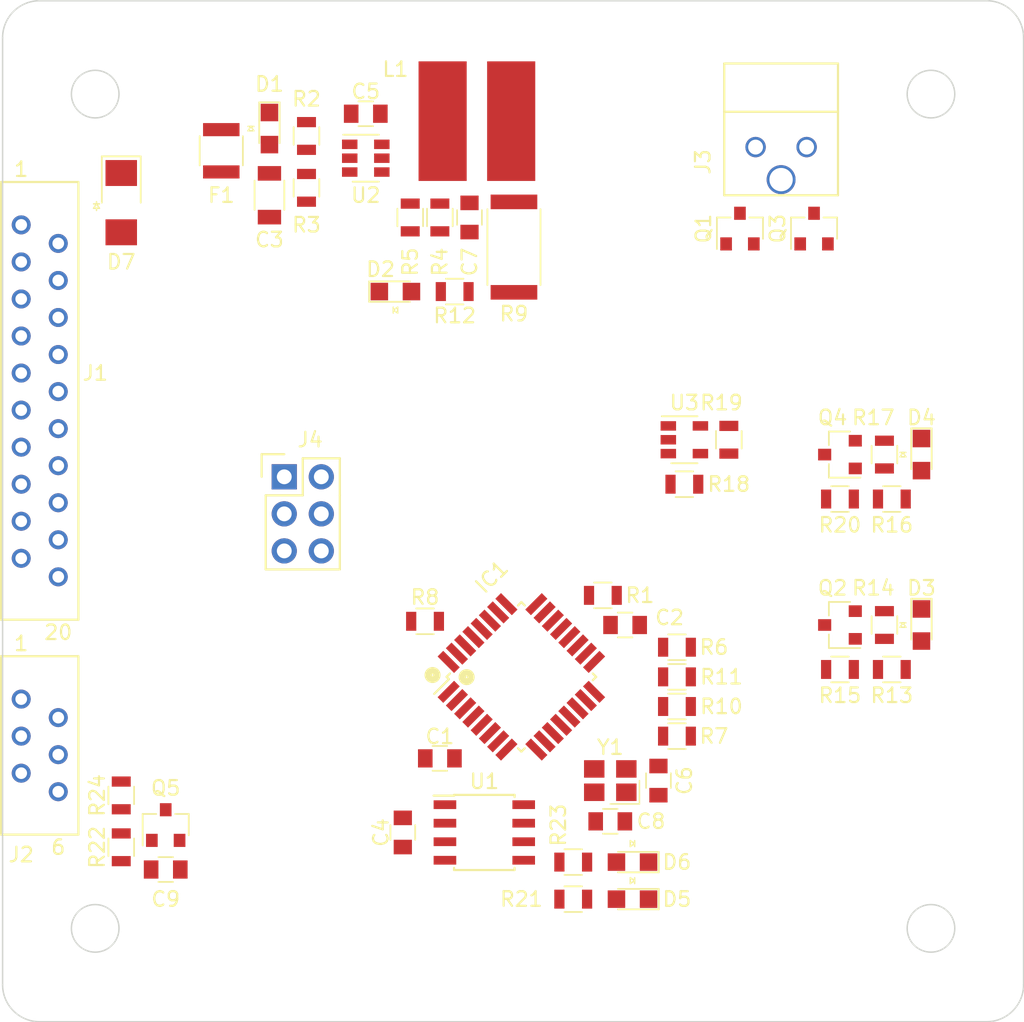
<source format=kicad_pcb>
(kicad_pcb (version 4) (host pcbnew 4.0.7-e2-6376~58~ubuntu14.04.1)

  (general
    (links 128)
    (no_connects 128)
    (area 118.026599 56.717999 188.406001 126.818001)
    (thickness 1.6)
    (drawings 12)
    (tracks 0)
    (zones 0)
    (modules 56)
    (nets 61)
  )

  (page A4)
  (layers
    (0 F.Cu signal)
    (31 B.Cu signal)
    (32 B.Adhes user)
    (33 F.Adhes user)
    (34 B.Paste user)
    (35 F.Paste user)
    (36 B.SilkS user)
    (37 F.SilkS user)
    (38 B.Mask user)
    (39 F.Mask user)
    (40 Dwgs.User user hide)
    (41 Cmts.User user)
    (42 Eco1.User user)
    (43 Eco2.User user)
    (44 Edge.Cuts user)
    (45 Margin user)
    (46 B.CrtYd user)
    (47 F.CrtYd user)
    (48 B.Fab user)
    (49 F.Fab user)
  )

  (setup
    (last_trace_width 0.1524)
    (user_trace_width 0.254)
    (user_trace_width 0.508)
    (user_trace_width 0.762)
    (trace_clearance 0.1524)
    (zone_clearance 0.508)
    (zone_45_only no)
    (trace_min 0.1524)
    (segment_width 0.2)
    (edge_width 0.15)
    (via_size 0.6)
    (via_drill 0.4)
    (via_min_size 0.4)
    (via_min_drill 0.3)
    (uvia_size 0.3)
    (uvia_drill 0.1)
    (uvias_allowed no)
    (uvia_min_size 0)
    (uvia_min_drill 0)
    (pcb_text_width 0.3)
    (pcb_text_size 1.5 1.5)
    (mod_edge_width 0.15)
    (mod_text_size 1 1)
    (mod_text_width 0.15)
    (pad_size 0.9 2.5)
    (pad_drill 0)
    (pad_to_mask_clearance 0.2)
    (aux_axis_origin 0 0)
    (visible_elements 7FFFF77F)
    (pcbplotparams
      (layerselection 0x00030_80000001)
      (usegerberextensions false)
      (excludeedgelayer true)
      (linewidth 0.100000)
      (plotframeref false)
      (viasonmask false)
      (mode 1)
      (useauxorigin false)
      (hpglpennumber 1)
      (hpglpenspeed 20)
      (hpglpendiameter 15)
      (hpglpenoverlay 2)
      (psnegative false)
      (psa4output false)
      (plotreference true)
      (plotvalue true)
      (plotinvisibletext false)
      (padsonsilk false)
      (subtractmaskfromsilk false)
      (outputformat 1)
      (mirror false)
      (drillshape 1)
      (scaleselection 1)
      (outputdirectory ""))
  )

  (net 0 "")
  (net 1 VCC)
  (net 2 GND)
  (net 3 "Net-(C2-Pad1)")
  (net 4 /12V_Fused)
  (net 5 "Net-(C5-Pad1)")
  (net 6 "Net-(C5-Pad2)")
  (net 7 "Net-(C6-Pad1)")
  (net 8 "Net-(C7-Pad1)")
  (net 9 "Net-(C8-Pad1)")
  (net 10 "Net-(C9-Pad2)")
  (net 11 "Net-(D1-Pad2)")
  (net 12 "Net-(D2-Pad2)")
  (net 13 "Net-(D3-Pad2)")
  (net 14 "Net-(D4-Pad2)")
  (net 15 "Net-(D5-Pad2)")
  (net 16 "Net-(D6-Pad2)")
  (net 17 +12V)
  (net 18 /MISO)
  (net 19 /MOSI)
  (net 20 /SS)
  (net 21 /TXCAN)
  (net 22 /RXCAN)
  (net 23 /P_LED_1)
  (net 24 /P_LED_2)
  (net 25 /SCK)
  (net 26 "Net-(IC1-Pad13)")
  (net 27 "Net-(IC1-Pad14)")
  (net 28 "Net-(IC1-Pad15)")
  (net 29 "Net-(IC1-Pad16)")
  (net 30 /SSO_1)
  (net 31 /SSO_2)
  (net 32 "Net-(IC1-Pad21)")
  (net 33 /SensorAmp)
  (net 34 /LSD1_Gate)
  (net 35 /LSD2_Gate)
  (net 36 "Net-(IC1-Pad25)")
  (net 37 "Net-(IC1-Pad26)")
  (net 38 "Net-(IC1-Pad27)")
  (net 39 "Net-(IC1-Pad28)")
  (net 40 "Net-(IC1-Pad29)")
  (net 41 "Net-(IC1-Pad30)")
  (net 42 /RESET)
  (net 43 "Net-(IC1-Pad32)")
  (net 44 /CANH)
  (net 45 /CANL)
  (net 46 /LED1)
  (net 47 /LED2)
  (net 48 /Ind1+)
  (net 49 /Ind2+)
  (net 50 /RCIn)
  (net 51 /SSI_1)
  (net 52 /SensorOut)
  (net 53 /SSI_2)
  (net 54 /RCOut)
  (net 55 /LSD2)
  (net 56 /LSD1)
  (net 57 "Net-(R3-Pad2)")
  (net 58 "Net-(R4-Pad1)")
  (net 59 "Net-(R18-Pad2)")
  (net 60 "Net-(U1-Pad5)")

  (net_class Default "This is the default net class."
    (clearance 0.1524)
    (trace_width 0.1524)
    (via_dia 0.6)
    (via_drill 0.4)
    (uvia_dia 0.3)
    (uvia_drill 0.1)
    (add_net +12V)
    (add_net /12V_Fused)
    (add_net /CANH)
    (add_net /CANL)
    (add_net /Ind1+)
    (add_net /Ind2+)
    (add_net /LED1)
    (add_net /LED2)
    (add_net /LSD1)
    (add_net /LSD1_Gate)
    (add_net /LSD2)
    (add_net /LSD2_Gate)
    (add_net /MISO)
    (add_net /MOSI)
    (add_net /P_LED_1)
    (add_net /P_LED_2)
    (add_net /RCIn)
    (add_net /RCOut)
    (add_net /RESET)
    (add_net /RXCAN)
    (add_net /SCK)
    (add_net /SS)
    (add_net /SSI_1)
    (add_net /SSI_2)
    (add_net /SSO_1)
    (add_net /SSO_2)
    (add_net /SensorAmp)
    (add_net /SensorOut)
    (add_net /TXCAN)
    (add_net GND)
    (add_net "Net-(C2-Pad1)")
    (add_net "Net-(C5-Pad1)")
    (add_net "Net-(C5-Pad2)")
    (add_net "Net-(C6-Pad1)")
    (add_net "Net-(C7-Pad1)")
    (add_net "Net-(C8-Pad1)")
    (add_net "Net-(C9-Pad2)")
    (add_net "Net-(D1-Pad2)")
    (add_net "Net-(D2-Pad2)")
    (add_net "Net-(D3-Pad2)")
    (add_net "Net-(D4-Pad2)")
    (add_net "Net-(D5-Pad2)")
    (add_net "Net-(D6-Pad2)")
    (add_net "Net-(IC1-Pad13)")
    (add_net "Net-(IC1-Pad14)")
    (add_net "Net-(IC1-Pad15)")
    (add_net "Net-(IC1-Pad16)")
    (add_net "Net-(IC1-Pad21)")
    (add_net "Net-(IC1-Pad25)")
    (add_net "Net-(IC1-Pad26)")
    (add_net "Net-(IC1-Pad27)")
    (add_net "Net-(IC1-Pad28)")
    (add_net "Net-(IC1-Pad29)")
    (add_net "Net-(IC1-Pad30)")
    (add_net "Net-(IC1-Pad32)")
    (add_net "Net-(R18-Pad2)")
    (add_net "Net-(R3-Pad2)")
    (add_net "Net-(R4-Pad1)")
    (add_net "Net-(U1-Pad5)")
    (add_net VCC)
  )

  (module footprints:Fuse_1210 (layer F.Cu) (tedit 59F25FBC) (tstamp 59F11B90)
    (at 133.35 67.056 270)
    (descr "Resistor SMD 1210, reflow soldering, Vishay (see dcrcw.pdf)")
    (tags "resistor 1210")
    (path /59E0A5CF)
    (attr smd)
    (fp_text reference F1 (at 3.048 0 360) (layer F.SilkS)
      (effects (font (size 1 1) (thickness 0.15)))
    )
    (fp_text value 500mA (at 0 2.4 270) (layer F.Fab) hide
      (effects (font (size 1 1) (thickness 0.15)))
    )
    (fp_line (start -1.6 1.25) (end -1.6 -1.25) (layer F.Fab) (width 0.1))
    (fp_line (start 1.6 1.25) (end -1.6 1.25) (layer F.Fab) (width 0.1))
    (fp_line (start 1.6 -1.25) (end 1.6 1.25) (layer F.Fab) (width 0.1))
    (fp_line (start -1.6 -1.25) (end 1.6 -1.25) (layer F.Fab) (width 0.1))
    (fp_line (start 1 1.48) (end -1 1.48) (layer F.SilkS) (width 0.12))
    (fp_line (start -1 -1.48) (end 1 -1.48) (layer F.SilkS) (width 0.12))
    (fp_line (start -2.15 -1.5) (end 2.15 -1.5) (layer F.CrtYd) (width 0.05))
    (fp_line (start -2.15 -1.5) (end -2.15 1.5) (layer F.CrtYd) (width 0.05))
    (fp_line (start 2.15 1.5) (end 2.15 -1.5) (layer F.CrtYd) (width 0.05))
    (fp_line (start 2.15 1.5) (end -2.15 1.5) (layer F.CrtYd) (width 0.05))
    (pad 1 smd rect (at -1.45 0 270) (size 0.9 2.5) (layers F.Cu F.Paste F.Mask)
      (net 17 +12V))
    (pad 2 smd rect (at 1.45 0 270) (size 0.9 2.5) (layers F.Cu F.Paste F.Mask)
      (net 4 /12V_Fused))
    (model ${KISYS3DMOD}/Resistors_SMD.3dshapes/R_1210.wrl
      (at (xyz 0 0 0))
      (scale (xyz 1 1 1))
      (rotate (xyz 0 0 0))
    )
  )

  (module footprints:micromatch_female_ra_20 (layer F.Cu) (tedit 59EE7AE1) (tstamp 59F11BD2)
    (at 119.634 77.216)
    (path /59EE4DBB)
    (fp_text reference J1 (at 5.08 5.08) (layer F.SilkS)
      (effects (font (size 1 1) (thickness 0.15)))
    )
    (fp_text value micromatch_female_RA_20 (at 6.35 0 90) (layer F.Fab) hide
      (effects (font (size 1 1) (thickness 0.15)))
    )
    (fp_text user 20 (at 2.54 22.86) (layer F.SilkS)
      (effects (font (size 1 1) (thickness 0.15)))
    )
    (fp_text user 1 (at 0 -8.89) (layer F.SilkS)
      (effects (font (size 1 1) (thickness 0.15)))
    )
    (fp_line (start -1.38 21.99) (end 3.92 21.99) (layer F.SilkS) (width 0.15))
    (fp_line (start -1.38 -8.02) (end 3.92 -8.02) (layer F.SilkS) (width 0.15))
    (fp_line (start -1.38 21.99) (end -1.38 -8.02) (layer F.SilkS) (width 0.15))
    (fp_line (start 3.92 21.99) (end 3.92 -8.02) (layer F.SilkS) (width 0.15))
    (pad 5 thru_hole circle (at 0 0) (size 1.3 1.3) (drill 0.8) (layers *.Cu *.Mask)
      (net 18 /MISO))
    (pad 3 thru_hole circle (at 0 -2.54) (size 1.3 1.3) (drill 0.8) (layers *.Cu *.Mask)
      (net 1 VCC))
    (pad 1 thru_hole circle (at 0 -5.08) (size 1.3 1.3) (drill 0.8) (layers *.Cu *.Mask)
      (net 2 GND))
    (pad 7 thru_hole circle (at 0 2.54) (size 1.3 1.3) (drill 0.8) (layers *.Cu *.Mask)
      (net 42 /RESET))
    (pad 2 thru_hole circle (at 2.54 -3.81) (size 1.3 1.3) (drill 0.8) (layers *.Cu *.Mask)
      (net 17 +12V))
    (pad 4 thru_hole circle (at 2.54 -1.27) (size 1.3 1.3) (drill 0.8) (layers *.Cu *.Mask)
      (net 19 /MOSI))
    (pad 6 thru_hole circle (at 2.54 1.27) (size 1.3 1.3) (drill 0.8) (layers *.Cu *.Mask)
      (net 25 /SCK))
    (pad 8 thru_hole circle (at 2.54 3.81) (size 1.3 1.3) (drill 0.8) (layers *.Cu *.Mask)
      (net 44 /CANH))
    (pad 9 thru_hole circle (at 0 5.08) (size 1.3 1.3) (drill 0.8) (layers *.Cu *.Mask)
      (net 45 /CANL))
    (pad 10 thru_hole circle (at 2.54 6.35) (size 1.3 1.3) (drill 0.8) (layers *.Cu *.Mask)
      (net 46 /LED1))
    (pad 11 thru_hole circle (at 0 7.62) (size 1.3 1.3) (drill 0.8) (layers *.Cu *.Mask)
      (net 47 /LED2))
    (pad 12 thru_hole circle (at 2.54 8.89) (size 1.3 1.3) (drill 0.8) (layers *.Cu *.Mask)
      (net 48 /Ind1+))
    (pad 13 thru_hole circle (at 0 10.16) (size 1.3 1.3) (drill 0.8) (layers *.Cu *.Mask)
      (net 2 GND))
    (pad 14 thru_hole circle (at 2.54 11.43) (size 1.3 1.3) (drill 0.8) (layers *.Cu *.Mask)
      (net 49 /Ind2+))
    (pad 15 thru_hole circle (at 0 12.7) (size 1.3 1.3) (drill 0.8) (layers *.Cu *.Mask)
      (net 2 GND))
    (pad 16 thru_hole circle (at 2.54 13.97) (size 1.3 1.3) (drill 0.8) (layers *.Cu *.Mask)
      (net 19 /MOSI))
    (pad 17 thru_hole circle (at 0 15.24) (size 1.3 1.3) (drill 0.8) (layers *.Cu *.Mask)
      (net 18 /MISO))
    (pad 18 thru_hole circle (at 2.54 16.51) (size 1.3 1.3) (drill 0.8) (layers *.Cu *.Mask)
      (net 25 /SCK))
    (pad 19 thru_hole circle (at 0 17.78) (size 1.3 1.3) (drill 0.8) (layers *.Cu *.Mask)
      (net 20 /SS))
    (pad 20 thru_hole circle (at 2.54 19.05) (size 1.3 1.3) (drill 0.8) (layers *.Cu *.Mask)
      (net 1 VCC))
  )

  (module footprints:micromatch_female_ra_6 (layer F.Cu) (tedit 59F128AC) (tstamp 59F11BE2)
    (at 119.634 109.728)
    (path /59EE4E2C)
    (fp_text reference J2 (at 0 5.588) (layer F.SilkS)
      (effects (font (size 1 1) (thickness 0.15)))
    )
    (fp_text value micromatch_female_RA_6 (at 6.35 0 90) (layer F.Fab) hide
      (effects (font (size 1 1) (thickness 0.15)))
    )
    (fp_text user 6 (at 2.54 5.08) (layer F.SilkS)
      (effects (font (size 1 1) (thickness 0.15)))
    )
    (fp_text user 1 (at 0 -8.89) (layer F.SilkS)
      (effects (font (size 1 1) (thickness 0.15)))
    )
    (fp_line (start -1.38 4.21) (end 3.92 4.21) (layer F.SilkS) (width 0.15))
    (fp_line (start -1.38 -8.02) (end 3.92 -8.02) (layer F.SilkS) (width 0.15))
    (fp_line (start -1.38 4.21) (end -1.38 -8.02) (layer F.SilkS) (width 0.15))
    (fp_line (start 3.92 4.21) (end 3.92 -8.02) (layer F.SilkS) (width 0.15))
    (pad 5 thru_hole circle (at 0 0) (size 1.3 1.3) (drill 0.8) (layers *.Cu *.Mask)
      (net 50 /RCIn))
    (pad 3 thru_hole circle (at 0 -2.54) (size 1.3 1.3) (drill 0.8) (layers *.Cu *.Mask)
      (net 51 /SSI_1))
    (pad 1 thru_hole circle (at 0 -5.08) (size 1.3 1.3) (drill 0.8) (layers *.Cu *.Mask)
      (net 52 /SensorOut))
    (pad 2 thru_hole circle (at 2.54 -3.81) (size 1.3 1.3) (drill 0.8) (layers *.Cu *.Mask)
      (net 2 GND))
    (pad 4 thru_hole circle (at 2.54 -1.27) (size 1.3 1.3) (drill 0.8) (layers *.Cu *.Mask)
      (net 53 /SSI_2))
    (pad 6 thru_hole circle (at 2.54 1.27) (size 1.3 1.3) (drill 0.8) (layers *.Cu *.Mask)
      (net 54 /RCOut))
  )

  (module footprints:Ultrafit_2 (layer F.Cu) (tedit 59F1265B) (tstamp 59F11BF5)
    (at 173.482 66.802 270)
    (path /59F0F4FD)
    (fp_text reference J3 (at 1.016 7.112 270) (layer F.SilkS)
      (effects (font (size 1 1) (thickness 0.15)))
    )
    (fp_text value Ultrafit_2 (at 4.572 0.508 360) (layer F.Fab) hide
      (effects (font (size 1 1) (thickness 0.15)))
    )
    (fp_line (start -5.588 -2.032) (end -2.54 -2.032) (layer F.Fab) (width 0.15))
    (fp_line (start -2.54 -2.032) (end -2.54 5.588) (layer F.Fab) (width 0.15))
    (fp_line (start -2.54 5.588) (end -5.588 5.588) (layer F.Fab) (width 0.15))
    (fp_line (start -5.588 5.588) (end -5.588 -2.032) (layer F.Fab) (width 0.15))
    (fp_text user "6.55mm Clearance" (at -4.07 1.75 360) (layer F.Fab)
      (effects (font (size 0.5 0.5) (thickness 0.08)))
    )
    (fp_line (start -2.42 -2.15) (end -5.73 -2.15) (layer F.SilkS) (width 0.15))
    (fp_line (start -5.73 -2.15) (end -5.73 5.65) (layer F.SilkS) (width 0.15))
    (fp_line (start -5.73 5.65) (end -2.42 5.65) (layer F.SilkS) (width 0.15))
    (fp_line (start -2.42 5.65) (end 3.302 5.65) (layer F.SilkS) (width 0.15))
    (fp_line (start -2.42 -2.15) (end 3.302 -2.15) (layer F.SilkS) (width 0.15))
    (fp_line (start -2.42 5.65) (end -2.42 -2.15) (layer F.SilkS) (width 0.15))
    (fp_line (start 3.302 5.65) (end 3.302 -2.15) (layer F.SilkS) (width 0.15))
    (pad 2 thru_hole circle (at 0 0 270) (size 1.397 1.397) (drill 1.02) (layers *.Cu *.Mask)
      (net 55 /LSD2))
    (pad 1 thru_hole circle (at 0 3.5 270) (size 1.397 1.397) (drill 1.02) (layers *.Cu *.Mask)
      (net 56 /LSD1))
    (pad "" thru_hole circle (at 2.23 1.75 270) (size 1.981 1.981) (drill 1.6) (layers *.Cu *.Mask))
  )

  (module footprints:4.7uH_Inductor_OEM (layer F.Cu) (tedit 59F11F2C) (tstamp 59F11C12)
    (at 150.876 65.024)
    (path /59E04875)
    (fp_text reference L1 (at -5.588 -3.556) (layer F.SilkS)
      (effects (font (size 1 1) (thickness 0.15)))
    )
    (fp_text value L_4.7uH (at 0 -5.08) (layer F.Fab) hide
      (effects (font (size 1 1) (thickness 0.15)))
    )
    (pad 1 smd rect (at -2.35 0) (size 3.3 8.2) (layers F.Cu F.Paste F.Mask)
      (net 6 "Net-(C5-Pad2)"))
    (pad 2 smd rect (at 2.35 0) (size 3.3 8.2) (layers F.Cu F.Paste F.Mask)
      (net 8 "Net-(C7-Pad1)"))
  )

  (module footprints:DO-214AA (layer F.Cu) (tedit 59F244D7) (tstamp 59F2548F)
    (at 126.492 70.612 270)
    (descr "http://www.diodes.com/datasheets/ap02001.pdf p.144")
    (tags "Diode SOD523")
    (path /59F253C2)
    (attr smd)
    (fp_text reference D7 (at 4.064 0 360) (layer F.SilkS)
      (effects (font (size 1 1) (thickness 0.15)))
    )
    (fp_text value D_Zener_18V (at 0 2.286 270) (layer F.Fab) hide
      (effects (font (size 1 1) (thickness 0.15)))
    )
    (fp_line (start -3.175 -1.3335) (end -3.175 1.3335) (layer F.SilkS) (width 0.12))
    (fp_line (start 3.302 -1.4605) (end 3.302 1.4605) (layer F.CrtYd) (width 0.05))
    (fp_line (start -3.302 -1.4605) (end 3.302 -1.4605) (layer F.CrtYd) (width 0.05))
    (fp_line (start -3.302 -1.4605) (end -3.302 1.4605) (layer F.CrtYd) (width 0.05))
    (fp_line (start -3.302 1.4605) (end 3.302 1.4605) (layer F.CrtYd) (width 0.05))
    (fp_line (start 0.384 1.696) (end 0.534 1.696) (layer F.SilkS) (width 0.1))
    (fp_line (start 0.384 1.496) (end 0.084 1.696) (layer F.SilkS) (width 0.1))
    (fp_line (start 0.384 1.896) (end 0.384 1.496) (layer F.SilkS) (width 0.1))
    (fp_line (start 0.084 1.696) (end 0.384 1.896) (layer F.SilkS) (width 0.1))
    (fp_line (start 0.084 1.696) (end -0.066 1.696) (layer F.SilkS) (width 0.1))
    (fp_line (start 0.084 1.896) (end 0.084 1.496) (layer F.SilkS) (width 0.1))
    (fp_line (start 2.3749 -1.9685) (end 2.3749 1.9685) (layer F.Fab) (width 0.1))
    (fp_line (start -2.3749 -1.9685) (end 2.3749 -1.9685) (layer F.Fab) (width 0.1))
    (fp_line (start -2.3749 -1.9685) (end -2.3749 1.9685) (layer F.Fab) (width 0.1))
    (fp_line (start 2.3749 1.9685) (end -2.3749 1.9685) (layer F.Fab) (width 0.1))
    (fp_line (start -3.175 1.3335) (end 0 1.3335) (layer F.SilkS) (width 0.12))
    (fp_line (start -3.175 -1.3335) (end 0 -1.3335) (layer F.SilkS) (width 0.12))
    (pad 2 smd rect (at 2.032 0 90) (size 1.778 2.159) (layers F.Cu F.Paste F.Mask)
      (net 2 GND))
    (pad 1 smd rect (at -2.032 0 90) (size 1.778 2.159) (layers F.Cu F.Paste F.Mask)
      (net 17 +12V))
    (model ${KISYS3DMOD}/Diodes_SMD.3dshapes/D_SOD-523.wrl
      (at (xyz 0 0 0))
      (scale (xyz 1 1 1))
      (rotate (xyz 0 0 0))
    )
  )

  (module footprints:C_0805_OEM (layer F.Cu) (tedit 59F250E7) (tstamp 59F295E5)
    (at 148.336 108.712)
    (descr "Capacitor SMD 0805, reflow soldering, AVX (see smccp.pdf)")
    (tags "capacitor 0805")
    (path /59E06957)
    (attr smd)
    (fp_text reference C1 (at 0 -1.5) (layer F.SilkS)
      (effects (font (size 1 1) (thickness 0.15)))
    )
    (fp_text value C_0.1uF (at 0 1.75) (layer F.Fab) hide
      (effects (font (size 1 1) (thickness 0.15)))
    )
    (fp_line (start -1 0.62) (end -1 -0.62) (layer F.Fab) (width 0.1))
    (fp_line (start 1 0.62) (end -1 0.62) (layer F.Fab) (width 0.1))
    (fp_line (start 1 -0.62) (end 1 0.62) (layer F.Fab) (width 0.1))
    (fp_line (start -1 -0.62) (end 1 -0.62) (layer F.Fab) (width 0.1))
    (fp_line (start 0.5 -0.85) (end -0.5 -0.85) (layer F.SilkS) (width 0.12))
    (fp_line (start -0.5 0.85) (end 0.5 0.85) (layer F.SilkS) (width 0.12))
    (fp_line (start -1.75 -0.88) (end 1.75 -0.88) (layer F.CrtYd) (width 0.05))
    (fp_line (start -1.75 -0.88) (end -1.75 0.87) (layer F.CrtYd) (width 0.05))
    (fp_line (start 1.75 0.87) (end 1.75 -0.88) (layer F.CrtYd) (width 0.05))
    (fp_line (start 1.75 0.87) (end -1.75 0.87) (layer F.CrtYd) (width 0.05))
    (pad 1 smd rect (at -1 0) (size 1 1.25) (layers F.Cu F.Paste F.Mask)
      (net 1 VCC))
    (pad 2 smd rect (at 1 0) (size 1 1.25) (layers F.Cu F.Paste F.Mask)
      (net 2 GND))
    (model Capacitors_SMD.3dshapes/C_0805.wrl
      (at (xyz 0 0 0))
      (scale (xyz 1 1 1))
      (rotate (xyz 0 0 0))
    )
  )

  (module footprints:C_0805_OEM (layer F.Cu) (tedit 59F25931) (tstamp 59F295EA)
    (at 161.036 99.568)
    (descr "Capacitor SMD 0805, reflow soldering, AVX (see smccp.pdf)")
    (tags "capacitor 0805")
    (path /59E06E67)
    (attr smd)
    (fp_text reference C2 (at 3.048 -0.508) (layer F.SilkS)
      (effects (font (size 1 1) (thickness 0.15)))
    )
    (fp_text value C_100pF (at 0 1.75) (layer F.Fab) hide
      (effects (font (size 1 1) (thickness 0.15)))
    )
    (fp_line (start -1 0.62) (end -1 -0.62) (layer F.Fab) (width 0.1))
    (fp_line (start 1 0.62) (end -1 0.62) (layer F.Fab) (width 0.1))
    (fp_line (start 1 -0.62) (end 1 0.62) (layer F.Fab) (width 0.1))
    (fp_line (start -1 -0.62) (end 1 -0.62) (layer F.Fab) (width 0.1))
    (fp_line (start 0.5 -0.85) (end -0.5 -0.85) (layer F.SilkS) (width 0.12))
    (fp_line (start -0.5 0.85) (end 0.5 0.85) (layer F.SilkS) (width 0.12))
    (fp_line (start -1.75 -0.88) (end 1.75 -0.88) (layer F.CrtYd) (width 0.05))
    (fp_line (start -1.75 -0.88) (end -1.75 0.87) (layer F.CrtYd) (width 0.05))
    (fp_line (start 1.75 0.87) (end 1.75 -0.88) (layer F.CrtYd) (width 0.05))
    (fp_line (start 1.75 0.87) (end -1.75 0.87) (layer F.CrtYd) (width 0.05))
    (pad 1 smd rect (at -1 0) (size 1 1.25) (layers F.Cu F.Paste F.Mask)
      (net 3 "Net-(C2-Pad1)"))
    (pad 2 smd rect (at 1 0) (size 1 1.25) (layers F.Cu F.Paste F.Mask)
      (net 2 GND))
    (model Capacitors_SMD.3dshapes/C_0805.wrl
      (at (xyz 0 0 0))
      (scale (xyz 1 1 1))
      (rotate (xyz 0 0 0))
    )
  )

  (module footprints:C_1206_OEM (layer F.Cu) (tedit 59F25859) (tstamp 59F295EF)
    (at 136.652 70.104 270)
    (descr "Capacitor SMD 1206, reflow soldering, AVX (see smccp.pdf)")
    (tags "capacitor 1206")
    (path /59E04907)
    (attr smd)
    (fp_text reference C3 (at 3.048 0 360) (layer F.SilkS)
      (effects (font (size 1 1) (thickness 0.15)))
    )
    (fp_text value C_22uF (at 0 2 270) (layer F.Fab) hide
      (effects (font (size 1 1) (thickness 0.15)))
    )
    (fp_line (start -1.6 0.8) (end -1.6 -0.8) (layer F.Fab) (width 0.1))
    (fp_line (start 1.6 0.8) (end -1.6 0.8) (layer F.Fab) (width 0.1))
    (fp_line (start 1.6 -0.8) (end 1.6 0.8) (layer F.Fab) (width 0.1))
    (fp_line (start -1.6 -0.8) (end 1.6 -0.8) (layer F.Fab) (width 0.1))
    (fp_line (start 1 -1.02) (end -1 -1.02) (layer F.SilkS) (width 0.12))
    (fp_line (start -1 1.02) (end 1 1.02) (layer F.SilkS) (width 0.12))
    (fp_line (start -2.25 -1.05) (end 2.25 -1.05) (layer F.CrtYd) (width 0.05))
    (fp_line (start -2.25 -1.05) (end -2.25 1.05) (layer F.CrtYd) (width 0.05))
    (fp_line (start 2.25 1.05) (end 2.25 -1.05) (layer F.CrtYd) (width 0.05))
    (fp_line (start 2.25 1.05) (end -2.25 1.05) (layer F.CrtYd) (width 0.05))
    (pad 1 smd rect (at -1.5 0 270) (size 1 1.6) (layers F.Cu F.Paste F.Mask)
      (net 4 /12V_Fused))
    (pad 2 smd rect (at 1.5 0 270) (size 1 1.6) (layers F.Cu F.Paste F.Mask)
      (net 2 GND))
    (model Capacitors_SMD.3dshapes/C_1206.wrl
      (at (xyz 0 0 0))
      (scale (xyz 1 1 1))
      (rotate (xyz 0 0 0))
    )
  )

  (module footprints:C_0805_OEM (layer F.Cu) (tedit 59F250E7) (tstamp 59F295F4)
    (at 145.796 113.792 90)
    (descr "Capacitor SMD 0805, reflow soldering, AVX (see smccp.pdf)")
    (tags "capacitor 0805")
    (path /59E068FA)
    (attr smd)
    (fp_text reference C4 (at 0 -1.5 90) (layer F.SilkS)
      (effects (font (size 1 1) (thickness 0.15)))
    )
    (fp_text value C_0.1uF (at 0 1.75 90) (layer F.Fab) hide
      (effects (font (size 1 1) (thickness 0.15)))
    )
    (fp_line (start -1 0.62) (end -1 -0.62) (layer F.Fab) (width 0.1))
    (fp_line (start 1 0.62) (end -1 0.62) (layer F.Fab) (width 0.1))
    (fp_line (start 1 -0.62) (end 1 0.62) (layer F.Fab) (width 0.1))
    (fp_line (start -1 -0.62) (end 1 -0.62) (layer F.Fab) (width 0.1))
    (fp_line (start 0.5 -0.85) (end -0.5 -0.85) (layer F.SilkS) (width 0.12))
    (fp_line (start -0.5 0.85) (end 0.5 0.85) (layer F.SilkS) (width 0.12))
    (fp_line (start -1.75 -0.88) (end 1.75 -0.88) (layer F.CrtYd) (width 0.05))
    (fp_line (start -1.75 -0.88) (end -1.75 0.87) (layer F.CrtYd) (width 0.05))
    (fp_line (start 1.75 0.87) (end 1.75 -0.88) (layer F.CrtYd) (width 0.05))
    (fp_line (start 1.75 0.87) (end -1.75 0.87) (layer F.CrtYd) (width 0.05))
    (pad 1 smd rect (at -1 0 90) (size 1 1.25) (layers F.Cu F.Paste F.Mask)
      (net 1 VCC))
    (pad 2 smd rect (at 1 0 90) (size 1 1.25) (layers F.Cu F.Paste F.Mask)
      (net 2 GND))
    (model Capacitors_SMD.3dshapes/C_0805.wrl
      (at (xyz 0 0 0))
      (scale (xyz 1 1 1))
      (rotate (xyz 0 0 0))
    )
  )

  (module footprints:C_0805_OEM (layer F.Cu) (tedit 59F2586F) (tstamp 59F295F9)
    (at 143.256 64.516 180)
    (descr "Capacitor SMD 0805, reflow soldering, AVX (see smccp.pdf)")
    (tags "capacitor 0805")
    (path /59E048C8)
    (attr smd)
    (fp_text reference C5 (at 0 1.524 180) (layer F.SilkS)
      (effects (font (size 1 1) (thickness 0.15)))
    )
    (fp_text value C_0.1uF (at 0 1.75 180) (layer F.Fab) hide
      (effects (font (size 1 1) (thickness 0.15)))
    )
    (fp_line (start -1 0.62) (end -1 -0.62) (layer F.Fab) (width 0.1))
    (fp_line (start 1 0.62) (end -1 0.62) (layer F.Fab) (width 0.1))
    (fp_line (start 1 -0.62) (end 1 0.62) (layer F.Fab) (width 0.1))
    (fp_line (start -1 -0.62) (end 1 -0.62) (layer F.Fab) (width 0.1))
    (fp_line (start 0.5 -0.85) (end -0.5 -0.85) (layer F.SilkS) (width 0.12))
    (fp_line (start -0.5 0.85) (end 0.5 0.85) (layer F.SilkS) (width 0.12))
    (fp_line (start -1.75 -0.88) (end 1.75 -0.88) (layer F.CrtYd) (width 0.05))
    (fp_line (start -1.75 -0.88) (end -1.75 0.87) (layer F.CrtYd) (width 0.05))
    (fp_line (start 1.75 0.87) (end 1.75 -0.88) (layer F.CrtYd) (width 0.05))
    (fp_line (start 1.75 0.87) (end -1.75 0.87) (layer F.CrtYd) (width 0.05))
    (pad 1 smd rect (at -1 0 180) (size 1 1.25) (layers F.Cu F.Paste F.Mask)
      (net 5 "Net-(C5-Pad1)"))
    (pad 2 smd rect (at 1 0 180) (size 1 1.25) (layers F.Cu F.Paste F.Mask)
      (net 6 "Net-(C5-Pad2)"))
    (model Capacitors_SMD.3dshapes/C_0805.wrl
      (at (xyz 0 0 0))
      (scale (xyz 1 1 1))
      (rotate (xyz 0 0 0))
    )
  )

  (module footprints:C_0805_OEM (layer F.Cu) (tedit 59F25D6F) (tstamp 59F295FE)
    (at 163.322 110.236 270)
    (descr "Capacitor SMD 0805, reflow soldering, AVX (see smccp.pdf)")
    (tags "capacitor 0805")
    (path /59E06F43)
    (attr smd)
    (fp_text reference C6 (at 0 -1.778 270) (layer F.SilkS)
      (effects (font (size 1 1) (thickness 0.15)))
    )
    (fp_text value C_30pF (at 0 1.75 270) (layer F.Fab) hide
      (effects (font (size 1 1) (thickness 0.15)))
    )
    (fp_line (start -1 0.62) (end -1 -0.62) (layer F.Fab) (width 0.1))
    (fp_line (start 1 0.62) (end -1 0.62) (layer F.Fab) (width 0.1))
    (fp_line (start 1 -0.62) (end 1 0.62) (layer F.Fab) (width 0.1))
    (fp_line (start -1 -0.62) (end 1 -0.62) (layer F.Fab) (width 0.1))
    (fp_line (start 0.5 -0.85) (end -0.5 -0.85) (layer F.SilkS) (width 0.12))
    (fp_line (start -0.5 0.85) (end 0.5 0.85) (layer F.SilkS) (width 0.12))
    (fp_line (start -1.75 -0.88) (end 1.75 -0.88) (layer F.CrtYd) (width 0.05))
    (fp_line (start -1.75 -0.88) (end -1.75 0.87) (layer F.CrtYd) (width 0.05))
    (fp_line (start 1.75 0.87) (end 1.75 -0.88) (layer F.CrtYd) (width 0.05))
    (fp_line (start 1.75 0.87) (end -1.75 0.87) (layer F.CrtYd) (width 0.05))
    (pad 1 smd rect (at -1 0 270) (size 1 1.25) (layers F.Cu F.Paste F.Mask)
      (net 7 "Net-(C6-Pad1)"))
    (pad 2 smd rect (at 1 0 270) (size 1 1.25) (layers F.Cu F.Paste F.Mask)
      (net 2 GND))
    (model Capacitors_SMD.3dshapes/C_0805.wrl
      (at (xyz 0 0 0))
      (scale (xyz 1 1 1))
      (rotate (xyz 0 0 0))
    )
  )

  (module footprints:C_0805_OEM (layer F.Cu) (tedit 59F25892) (tstamp 59F29603)
    (at 150.368 71.628 270)
    (descr "Capacitor SMD 0805, reflow soldering, AVX (see smccp.pdf)")
    (tags "capacitor 0805")
    (path /59E0494E)
    (attr smd)
    (fp_text reference C7 (at 3.048 0 270) (layer F.SilkS)
      (effects (font (size 1 1) (thickness 0.15)))
    )
    (fp_text value C_47uF (at 0 1.75 270) (layer F.Fab) hide
      (effects (font (size 1 1) (thickness 0.15)))
    )
    (fp_line (start -1 0.62) (end -1 -0.62) (layer F.Fab) (width 0.1))
    (fp_line (start 1 0.62) (end -1 0.62) (layer F.Fab) (width 0.1))
    (fp_line (start 1 -0.62) (end 1 0.62) (layer F.Fab) (width 0.1))
    (fp_line (start -1 -0.62) (end 1 -0.62) (layer F.Fab) (width 0.1))
    (fp_line (start 0.5 -0.85) (end -0.5 -0.85) (layer F.SilkS) (width 0.12))
    (fp_line (start -0.5 0.85) (end 0.5 0.85) (layer F.SilkS) (width 0.12))
    (fp_line (start -1.75 -0.88) (end 1.75 -0.88) (layer F.CrtYd) (width 0.05))
    (fp_line (start -1.75 -0.88) (end -1.75 0.87) (layer F.CrtYd) (width 0.05))
    (fp_line (start 1.75 0.87) (end 1.75 -0.88) (layer F.CrtYd) (width 0.05))
    (fp_line (start 1.75 0.87) (end -1.75 0.87) (layer F.CrtYd) (width 0.05))
    (pad 1 smd rect (at -1 0 270) (size 1 1.25) (layers F.Cu F.Paste F.Mask)
      (net 8 "Net-(C7-Pad1)"))
    (pad 2 smd rect (at 1 0 270) (size 1 1.25) (layers F.Cu F.Paste F.Mask)
      (net 2 GND))
    (model Capacitors_SMD.3dshapes/C_0805.wrl
      (at (xyz 0 0 0))
      (scale (xyz 1 1 1))
      (rotate (xyz 0 0 0))
    )
  )

  (module footprints:C_0805_OEM (layer F.Cu) (tedit 59F25D62) (tstamp 59F29608)
    (at 160.02 113.03)
    (descr "Capacitor SMD 0805, reflow soldering, AVX (see smccp.pdf)")
    (tags "capacitor 0805")
    (path /59E06ED0)
    (attr smd)
    (fp_text reference C8 (at 2.794 0) (layer F.SilkS)
      (effects (font (size 1 1) (thickness 0.15)))
    )
    (fp_text value C_30pF (at 0 1.75) (layer F.Fab) hide
      (effects (font (size 1 1) (thickness 0.15)))
    )
    (fp_line (start -1 0.62) (end -1 -0.62) (layer F.Fab) (width 0.1))
    (fp_line (start 1 0.62) (end -1 0.62) (layer F.Fab) (width 0.1))
    (fp_line (start 1 -0.62) (end 1 0.62) (layer F.Fab) (width 0.1))
    (fp_line (start -1 -0.62) (end 1 -0.62) (layer F.Fab) (width 0.1))
    (fp_line (start 0.5 -0.85) (end -0.5 -0.85) (layer F.SilkS) (width 0.12))
    (fp_line (start -0.5 0.85) (end 0.5 0.85) (layer F.SilkS) (width 0.12))
    (fp_line (start -1.75 -0.88) (end 1.75 -0.88) (layer F.CrtYd) (width 0.05))
    (fp_line (start -1.75 -0.88) (end -1.75 0.87) (layer F.CrtYd) (width 0.05))
    (fp_line (start 1.75 0.87) (end 1.75 -0.88) (layer F.CrtYd) (width 0.05))
    (fp_line (start 1.75 0.87) (end -1.75 0.87) (layer F.CrtYd) (width 0.05))
    (pad 1 smd rect (at -1 0) (size 1 1.25) (layers F.Cu F.Paste F.Mask)
      (net 9 "Net-(C8-Pad1)"))
    (pad 2 smd rect (at 1 0) (size 1 1.25) (layers F.Cu F.Paste F.Mask)
      (net 2 GND))
    (model Capacitors_SMD.3dshapes/C_0805.wrl
      (at (xyz 0 0 0))
      (scale (xyz 1 1 1))
      (rotate (xyz 0 0 0))
    )
  )

  (module footprints:C_0805_OEM (layer F.Cu) (tedit 59F258EB) (tstamp 59F2960D)
    (at 129.54 116.332 180)
    (descr "Capacitor SMD 0805, reflow soldering, AVX (see smccp.pdf)")
    (tags "capacitor 0805")
    (path /59EEC04D)
    (attr smd)
    (fp_text reference C9 (at 0 -2.032 180) (layer F.SilkS)
      (effects (font (size 1 1) (thickness 0.15)))
    )
    (fp_text value C_47uF (at 0 1.75 180) (layer F.Fab) hide
      (effects (font (size 1 1) (thickness 0.15)))
    )
    (fp_line (start -1 0.62) (end -1 -0.62) (layer F.Fab) (width 0.1))
    (fp_line (start 1 0.62) (end -1 0.62) (layer F.Fab) (width 0.1))
    (fp_line (start 1 -0.62) (end 1 0.62) (layer F.Fab) (width 0.1))
    (fp_line (start -1 -0.62) (end 1 -0.62) (layer F.Fab) (width 0.1))
    (fp_line (start 0.5 -0.85) (end -0.5 -0.85) (layer F.SilkS) (width 0.12))
    (fp_line (start -0.5 0.85) (end 0.5 0.85) (layer F.SilkS) (width 0.12))
    (fp_line (start -1.75 -0.88) (end 1.75 -0.88) (layer F.CrtYd) (width 0.05))
    (fp_line (start -1.75 -0.88) (end -1.75 0.87) (layer F.CrtYd) (width 0.05))
    (fp_line (start 1.75 0.87) (end 1.75 -0.88) (layer F.CrtYd) (width 0.05))
    (fp_line (start 1.75 0.87) (end -1.75 0.87) (layer F.CrtYd) (width 0.05))
    (pad 1 smd rect (at -1 0 180) (size 1 1.25) (layers F.Cu F.Paste F.Mask)
      (net 2 GND))
    (pad 2 smd rect (at 1 0 180) (size 1 1.25) (layers F.Cu F.Paste F.Mask)
      (net 10 "Net-(C9-Pad2)"))
    (model Capacitors_SMD.3dshapes/C_0805.wrl
      (at (xyz 0 0 0))
      (scale (xyz 1 1 1))
      (rotate (xyz 0 0 0))
    )
  )

  (module footprints:LED_0805_OEM (layer F.Cu) (tedit 59F25863) (tstamp 59F29612)
    (at 136.652 65.532 270)
    (descr "LED 0805 smd package")
    (tags "LED led 0805 SMD smd SMT smt smdled SMDLED smtled SMTLED")
    (path /59E047E3)
    (attr smd)
    (fp_text reference D1 (at -3.048 0 360) (layer F.SilkS)
      (effects (font (size 1 1) (thickness 0.15)))
    )
    (fp_text value LED_0805 (at 0.508 2.032 270) (layer F.Fab) hide
      (effects (font (size 1 1) (thickness 0.15)))
    )
    (fp_line (start -1.8 -0.7) (end -1.8 0.7) (layer F.SilkS) (width 0.12))
    (fp_line (start -0.146 1.07) (end -0.146 1.47) (layer F.SilkS) (width 0.1))
    (fp_line (start -0.146 1.27) (end 0.154 1.07) (layer F.SilkS) (width 0.1))
    (fp_line (start 0.154 1.47) (end -0.146 1.27) (layer F.SilkS) (width 0.1))
    (fp_line (start 0.154 1.07) (end 0.154 1.47) (layer F.SilkS) (width 0.1))
    (fp_line (start 1 0.6) (end -1 0.6) (layer F.Fab) (width 0.1))
    (fp_line (start 1 -0.6) (end 1 0.6) (layer F.Fab) (width 0.1))
    (fp_line (start -1 -0.6) (end 1 -0.6) (layer F.Fab) (width 0.1))
    (fp_line (start -1 0.6) (end -1 -0.6) (layer F.Fab) (width 0.1))
    (fp_line (start -1.8 0.7) (end 1 0.7) (layer F.SilkS) (width 0.12))
    (fp_line (start -1.8 -0.7) (end 1 -0.7) (layer F.SilkS) (width 0.12))
    (fp_line (start 1.95 -0.85) (end 1.95 0.85) (layer F.CrtYd) (width 0.05))
    (fp_line (start 1.95 0.85) (end -1.95 0.85) (layer F.CrtYd) (width 0.05))
    (fp_line (start -1.95 0.85) (end -1.95 -0.85) (layer F.CrtYd) (width 0.05))
    (fp_line (start -1.95 -0.85) (end 1.95 -0.85) (layer F.CrtYd) (width 0.05))
    (pad 2 smd rect (at 1.1 0 90) (size 1.2 1.2) (layers F.Cu F.Paste F.Mask)
      (net 11 "Net-(D1-Pad2)"))
    (pad 1 smd rect (at -1.1 0 90) (size 1.2 1.2) (layers F.Cu F.Paste F.Mask)
      (net 2 GND))
    (model ${KISYS3DMOD}/LEDs.3dshapes/LED_0805.wrl
      (at (xyz 0 0 0))
      (scale (xyz 1 1 1))
      (rotate (xyz 0 0 180))
    )
  )

  (module footprints:LED_0805_OEM (layer F.Cu) (tedit 59F258D1) (tstamp 59F29617)
    (at 145.288 76.708)
    (descr "LED 0805 smd package")
    (tags "LED led 0805 SMD smd SMT smt smdled SMDLED smtled SMTLED")
    (path /59E0483A)
    (attr smd)
    (fp_text reference D2 (at -1.016 -1.524) (layer F.SilkS)
      (effects (font (size 1 1) (thickness 0.15)))
    )
    (fp_text value LED_0805 (at 0.508 2.032) (layer F.Fab) hide
      (effects (font (size 1 1) (thickness 0.15)))
    )
    (fp_line (start -1.8 -0.7) (end -1.8 0.7) (layer F.SilkS) (width 0.12))
    (fp_line (start -0.146 1.07) (end -0.146 1.47) (layer F.SilkS) (width 0.1))
    (fp_line (start -0.146 1.27) (end 0.154 1.07) (layer F.SilkS) (width 0.1))
    (fp_line (start 0.154 1.47) (end -0.146 1.27) (layer F.SilkS) (width 0.1))
    (fp_line (start 0.154 1.07) (end 0.154 1.47) (layer F.SilkS) (width 0.1))
    (fp_line (start 1 0.6) (end -1 0.6) (layer F.Fab) (width 0.1))
    (fp_line (start 1 -0.6) (end 1 0.6) (layer F.Fab) (width 0.1))
    (fp_line (start -1 -0.6) (end 1 -0.6) (layer F.Fab) (width 0.1))
    (fp_line (start -1 0.6) (end -1 -0.6) (layer F.Fab) (width 0.1))
    (fp_line (start -1.8 0.7) (end 1 0.7) (layer F.SilkS) (width 0.12))
    (fp_line (start -1.8 -0.7) (end 1 -0.7) (layer F.SilkS) (width 0.12))
    (fp_line (start 1.95 -0.85) (end 1.95 0.85) (layer F.CrtYd) (width 0.05))
    (fp_line (start 1.95 0.85) (end -1.95 0.85) (layer F.CrtYd) (width 0.05))
    (fp_line (start -1.95 0.85) (end -1.95 -0.85) (layer F.CrtYd) (width 0.05))
    (fp_line (start -1.95 -0.85) (end 1.95 -0.85) (layer F.CrtYd) (width 0.05))
    (pad 2 smd rect (at 1.1 0 180) (size 1.2 1.2) (layers F.Cu F.Paste F.Mask)
      (net 12 "Net-(D2-Pad2)"))
    (pad 1 smd rect (at -1.1 0 180) (size 1.2 1.2) (layers F.Cu F.Paste F.Mask)
      (net 2 GND))
    (model ${KISYS3DMOD}/LEDs.3dshapes/LED_0805.wrl
      (at (xyz 0 0 0))
      (scale (xyz 1 1 1))
      (rotate (xyz 0 0 180))
    )
  )

  (module footprints:LED_0805_OEM (layer F.Cu) (tedit 59F2595F) (tstamp 59F2961C)
    (at 181.356 99.568 270)
    (descr "LED 0805 smd package")
    (tags "LED led 0805 SMD smd SMT smt smdled SMDLED smtled SMTLED")
    (path /59EE4926)
    (attr smd)
    (fp_text reference D3 (at -2.54 0 360) (layer F.SilkS)
      (effects (font (size 1 1) (thickness 0.15)))
    )
    (fp_text value LED_0805 (at 0.508 2.032 270) (layer F.Fab) hide
      (effects (font (size 1 1) (thickness 0.15)))
    )
    (fp_line (start -1.8 -0.7) (end -1.8 0.7) (layer F.SilkS) (width 0.12))
    (fp_line (start -0.146 1.07) (end -0.146 1.47) (layer F.SilkS) (width 0.1))
    (fp_line (start -0.146 1.27) (end 0.154 1.07) (layer F.SilkS) (width 0.1))
    (fp_line (start 0.154 1.47) (end -0.146 1.27) (layer F.SilkS) (width 0.1))
    (fp_line (start 0.154 1.07) (end 0.154 1.47) (layer F.SilkS) (width 0.1))
    (fp_line (start 1 0.6) (end -1 0.6) (layer F.Fab) (width 0.1))
    (fp_line (start 1 -0.6) (end 1 0.6) (layer F.Fab) (width 0.1))
    (fp_line (start -1 -0.6) (end 1 -0.6) (layer F.Fab) (width 0.1))
    (fp_line (start -1 0.6) (end -1 -0.6) (layer F.Fab) (width 0.1))
    (fp_line (start -1.8 0.7) (end 1 0.7) (layer F.SilkS) (width 0.12))
    (fp_line (start -1.8 -0.7) (end 1 -0.7) (layer F.SilkS) (width 0.12))
    (fp_line (start 1.95 -0.85) (end 1.95 0.85) (layer F.CrtYd) (width 0.05))
    (fp_line (start 1.95 0.85) (end -1.95 0.85) (layer F.CrtYd) (width 0.05))
    (fp_line (start -1.95 0.85) (end -1.95 -0.85) (layer F.CrtYd) (width 0.05))
    (fp_line (start -1.95 -0.85) (end 1.95 -0.85) (layer F.CrtYd) (width 0.05))
    (pad 2 smd rect (at 1.1 0 90) (size 1.2 1.2) (layers F.Cu F.Paste F.Mask)
      (net 13 "Net-(D3-Pad2)"))
    (pad 1 smd rect (at -1.1 0 90) (size 1.2 1.2) (layers F.Cu F.Paste F.Mask)
      (net 2 GND))
    (model ${KISYS3DMOD}/LEDs.3dshapes/LED_0805.wrl
      (at (xyz 0 0 0))
      (scale (xyz 1 1 1))
      (rotate (xyz 0 0 180))
    )
  )

  (module footprints:LED_0805_OEM (layer F.Cu) (tedit 59F259A1) (tstamp 59F29621)
    (at 181.356 87.884 270)
    (descr "LED 0805 smd package")
    (tags "LED led 0805 SMD smd SMT smt smdled SMDLED smtled SMTLED")
    (path /59EE7A69)
    (attr smd)
    (fp_text reference D4 (at -2.54 0 360) (layer F.SilkS)
      (effects (font (size 1 1) (thickness 0.15)))
    )
    (fp_text value LED_0805 (at 0.508 2.032 270) (layer F.Fab) hide
      (effects (font (size 1 1) (thickness 0.15)))
    )
    (fp_line (start -1.8 -0.7) (end -1.8 0.7) (layer F.SilkS) (width 0.12))
    (fp_line (start -0.146 1.07) (end -0.146 1.47) (layer F.SilkS) (width 0.1))
    (fp_line (start -0.146 1.27) (end 0.154 1.07) (layer F.SilkS) (width 0.1))
    (fp_line (start 0.154 1.47) (end -0.146 1.27) (layer F.SilkS) (width 0.1))
    (fp_line (start 0.154 1.07) (end 0.154 1.47) (layer F.SilkS) (width 0.1))
    (fp_line (start 1 0.6) (end -1 0.6) (layer F.Fab) (width 0.1))
    (fp_line (start 1 -0.6) (end 1 0.6) (layer F.Fab) (width 0.1))
    (fp_line (start -1 -0.6) (end 1 -0.6) (layer F.Fab) (width 0.1))
    (fp_line (start -1 0.6) (end -1 -0.6) (layer F.Fab) (width 0.1))
    (fp_line (start -1.8 0.7) (end 1 0.7) (layer F.SilkS) (width 0.12))
    (fp_line (start -1.8 -0.7) (end 1 -0.7) (layer F.SilkS) (width 0.12))
    (fp_line (start 1.95 -0.85) (end 1.95 0.85) (layer F.CrtYd) (width 0.05))
    (fp_line (start 1.95 0.85) (end -1.95 0.85) (layer F.CrtYd) (width 0.05))
    (fp_line (start -1.95 0.85) (end -1.95 -0.85) (layer F.CrtYd) (width 0.05))
    (fp_line (start -1.95 -0.85) (end 1.95 -0.85) (layer F.CrtYd) (width 0.05))
    (pad 2 smd rect (at 1.1 0 90) (size 1.2 1.2) (layers F.Cu F.Paste F.Mask)
      (net 14 "Net-(D4-Pad2)"))
    (pad 1 smd rect (at -1.1 0 90) (size 1.2 1.2) (layers F.Cu F.Paste F.Mask)
      (net 2 GND))
    (model ${KISYS3DMOD}/LEDs.3dshapes/LED_0805.wrl
      (at (xyz 0 0 0))
      (scale (xyz 1 1 1))
      (rotate (xyz 0 0 180))
    )
  )

  (module footprints:LED_0805_OEM (layer F.Cu) (tedit 59F2590C) (tstamp 59F29626)
    (at 161.544 118.364 180)
    (descr "LED 0805 smd package")
    (tags "LED led 0805 SMD smd SMT smt smdled SMDLED smtled SMTLED")
    (path /59EE63EF)
    (attr smd)
    (fp_text reference D5 (at -3.048 0 180) (layer F.SilkS)
      (effects (font (size 1 1) (thickness 0.15)))
    )
    (fp_text value LED_0805 (at 0.508 2.032 180) (layer F.Fab) hide
      (effects (font (size 1 1) (thickness 0.15)))
    )
    (fp_line (start -1.8 -0.7) (end -1.8 0.7) (layer F.SilkS) (width 0.12))
    (fp_line (start -0.146 1.07) (end -0.146 1.47) (layer F.SilkS) (width 0.1))
    (fp_line (start -0.146 1.27) (end 0.154 1.07) (layer F.SilkS) (width 0.1))
    (fp_line (start 0.154 1.47) (end -0.146 1.27) (layer F.SilkS) (width 0.1))
    (fp_line (start 0.154 1.07) (end 0.154 1.47) (layer F.SilkS) (width 0.1))
    (fp_line (start 1 0.6) (end -1 0.6) (layer F.Fab) (width 0.1))
    (fp_line (start 1 -0.6) (end 1 0.6) (layer F.Fab) (width 0.1))
    (fp_line (start -1 -0.6) (end 1 -0.6) (layer F.Fab) (width 0.1))
    (fp_line (start -1 0.6) (end -1 -0.6) (layer F.Fab) (width 0.1))
    (fp_line (start -1.8 0.7) (end 1 0.7) (layer F.SilkS) (width 0.12))
    (fp_line (start -1.8 -0.7) (end 1 -0.7) (layer F.SilkS) (width 0.12))
    (fp_line (start 1.95 -0.85) (end 1.95 0.85) (layer F.CrtYd) (width 0.05))
    (fp_line (start 1.95 0.85) (end -1.95 0.85) (layer F.CrtYd) (width 0.05))
    (fp_line (start -1.95 0.85) (end -1.95 -0.85) (layer F.CrtYd) (width 0.05))
    (fp_line (start -1.95 -0.85) (end 1.95 -0.85) (layer F.CrtYd) (width 0.05))
    (pad 2 smd rect (at 1.1 0) (size 1.2 1.2) (layers F.Cu F.Paste F.Mask)
      (net 15 "Net-(D5-Pad2)"))
    (pad 1 smd rect (at -1.1 0) (size 1.2 1.2) (layers F.Cu F.Paste F.Mask)
      (net 2 GND))
    (model ${KISYS3DMOD}/LEDs.3dshapes/LED_0805.wrl
      (at (xyz 0 0 0))
      (scale (xyz 1 1 1))
      (rotate (xyz 0 0 180))
    )
  )

  (module footprints:LED_0805_OEM (layer F.Cu) (tedit 59F25909) (tstamp 59F2962B)
    (at 161.544 115.824 180)
    (descr "LED 0805 smd package")
    (tags "LED led 0805 SMD smd SMT smt smdled SMDLED smtled SMTLED")
    (path /59EE66CC)
    (attr smd)
    (fp_text reference D6 (at -3.048 0 180) (layer F.SilkS)
      (effects (font (size 1 1) (thickness 0.15)))
    )
    (fp_text value LED_0805 (at 0.508 2.032 180) (layer F.Fab) hide
      (effects (font (size 1 1) (thickness 0.15)))
    )
    (fp_line (start -1.8 -0.7) (end -1.8 0.7) (layer F.SilkS) (width 0.12))
    (fp_line (start -0.146 1.07) (end -0.146 1.47) (layer F.SilkS) (width 0.1))
    (fp_line (start -0.146 1.27) (end 0.154 1.07) (layer F.SilkS) (width 0.1))
    (fp_line (start 0.154 1.47) (end -0.146 1.27) (layer F.SilkS) (width 0.1))
    (fp_line (start 0.154 1.07) (end 0.154 1.47) (layer F.SilkS) (width 0.1))
    (fp_line (start 1 0.6) (end -1 0.6) (layer F.Fab) (width 0.1))
    (fp_line (start 1 -0.6) (end 1 0.6) (layer F.Fab) (width 0.1))
    (fp_line (start -1 -0.6) (end 1 -0.6) (layer F.Fab) (width 0.1))
    (fp_line (start -1 0.6) (end -1 -0.6) (layer F.Fab) (width 0.1))
    (fp_line (start -1.8 0.7) (end 1 0.7) (layer F.SilkS) (width 0.12))
    (fp_line (start -1.8 -0.7) (end 1 -0.7) (layer F.SilkS) (width 0.12))
    (fp_line (start 1.95 -0.85) (end 1.95 0.85) (layer F.CrtYd) (width 0.05))
    (fp_line (start 1.95 0.85) (end -1.95 0.85) (layer F.CrtYd) (width 0.05))
    (fp_line (start -1.95 0.85) (end -1.95 -0.85) (layer F.CrtYd) (width 0.05))
    (fp_line (start -1.95 -0.85) (end 1.95 -0.85) (layer F.CrtYd) (width 0.05))
    (pad 2 smd rect (at 1.1 0) (size 1.2 1.2) (layers F.Cu F.Paste F.Mask)
      (net 16 "Net-(D6-Pad2)"))
    (pad 1 smd rect (at -1.1 0) (size 1.2 1.2) (layers F.Cu F.Paste F.Mask)
      (net 2 GND))
    (model ${KISYS3DMOD}/LEDs.3dshapes/LED_0805.wrl
      (at (xyz 0 0 0))
      (scale (xyz 1 1 1))
      (rotate (xyz 0 0 180))
    )
  )

  (module footprints:TQFP-32_7x7mm_Pitch0.8mm (layer F.Cu) (tedit 59F2582C) (tstamp 59F29630)
    (at 153.924 103.124 45)
    (descr "32-Lead Plastic Thin Quad Flatpack (PT) - 7x7x1.0 mm Body, 2.00 mm [TQFP] (see Microchip Packaging Specification 00000049BS.pdf)")
    (tags "QFP 0.8")
    (path /59E10948)
    (attr smd)
    (fp_text reference IC1 (at 3.412497 -6.286179 45) (layer F.SilkS)
      (effects (font (size 1 1) (thickness 0.15)))
    )
    (fp_text value ATMEGA16M1 (at 0 6.05 45) (layer F.Fab) hide
      (effects (font (size 1 1) (thickness 0.15)))
    )
    (fp_circle (center -2.667 -2.6416) (end -2.667 -2.6924) (layer F.SilkS) (width 0.5))
    (fp_circle (center -4.2164 -4.3942) (end -4.2164 -4.445) (layer F.SilkS) (width 0.5))
    (fp_text user %R (at 0 0 45) (layer F.Fab)
      (effects (font (size 1 1) (thickness 0.15)))
    )
    (fp_line (start -2.5 -3.5) (end 3.5 -3.5) (layer F.Fab) (width 0.15))
    (fp_line (start 3.5 -3.5) (end 3.5 3.5) (layer F.Fab) (width 0.15))
    (fp_line (start 3.5 3.5) (end -3.5 3.5) (layer F.Fab) (width 0.15))
    (fp_line (start -3.5 3.5) (end -3.5 -2.5) (layer F.Fab) (width 0.15))
    (fp_line (start -3.5 -2.5) (end -2.5 -3.5) (layer F.Fab) (width 0.15))
    (fp_line (start -5.3 -5.3) (end -5.3 5.3) (layer F.CrtYd) (width 0.05))
    (fp_line (start 5.3 -5.3) (end 5.3 5.3) (layer F.CrtYd) (width 0.05))
    (fp_line (start -5.3 -5.3) (end 5.3 -5.3) (layer F.CrtYd) (width 0.05))
    (fp_line (start -5.3 5.3) (end 5.3 5.3) (layer F.CrtYd) (width 0.05))
    (fp_line (start -3.625 -3.625) (end -3.625 -3.4) (layer F.SilkS) (width 0.15))
    (fp_line (start 3.625 -3.625) (end 3.625 -3.3) (layer F.SilkS) (width 0.15))
    (fp_line (start 3.625 3.625) (end 3.625 3.3) (layer F.SilkS) (width 0.15))
    (fp_line (start -3.625 3.625) (end -3.625 3.3) (layer F.SilkS) (width 0.15))
    (fp_line (start -3.625 -3.625) (end -3.3 -3.625) (layer F.SilkS) (width 0.15))
    (fp_line (start -3.625 3.625) (end -3.3 3.625) (layer F.SilkS) (width 0.15))
    (fp_line (start 3.625 3.625) (end 3.3 3.625) (layer F.SilkS) (width 0.15))
    (fp_line (start 3.625 -3.625) (end 3.3 -3.625) (layer F.SilkS) (width 0.15))
    (fp_line (start -3.625 -3.4) (end -5.05 -3.4) (layer F.SilkS) (width 0.15))
    (pad 1 smd rect (at -4.25 -2.8 45) (size 1.6 0.55) (layers F.Cu F.Paste F.Mask)
      (net 18 /MISO))
    (pad 2 smd rect (at -4.25 -2 45) (size 1.6 0.55) (layers F.Cu F.Paste F.Mask)
      (net 19 /MOSI))
    (pad 3 smd rect (at -4.25 -1.2 45) (size 1.6 0.55) (layers F.Cu F.Paste F.Mask)
      (net 20 /SS))
    (pad 4 smd rect (at -4.25 -0.4 45) (size 1.6 0.55) (layers F.Cu F.Paste F.Mask)
      (net 1 VCC))
    (pad 5 smd rect (at -4.25 0.4 45) (size 1.6 0.55) (layers F.Cu F.Paste F.Mask)
      (net 2 GND))
    (pad 6 smd rect (at -4.25 1.2 45) (size 1.6 0.55) (layers F.Cu F.Paste F.Mask)
      (net 21 /TXCAN))
    (pad 7 smd rect (at -4.25 2 45) (size 1.6 0.55) (layers F.Cu F.Paste F.Mask)
      (net 22 /RXCAN))
    (pad 8 smd rect (at -4.25 2.8 45) (size 1.6 0.55) (layers F.Cu F.Paste F.Mask)
      (net 23 /P_LED_1))
    (pad 9 smd rect (at -2.8 4.25 135) (size 1.6 0.55) (layers F.Cu F.Paste F.Mask)
      (net 24 /P_LED_2))
    (pad 10 smd rect (at -2 4.25 135) (size 1.6 0.55) (layers F.Cu F.Paste F.Mask)
      (net 9 "Net-(C8-Pad1)"))
    (pad 11 smd rect (at -1.2 4.25 135) (size 1.6 0.55) (layers F.Cu F.Paste F.Mask)
      (net 7 "Net-(C6-Pad1)"))
    (pad 12 smd rect (at -0.4 4.25 135) (size 1.6 0.55) (layers F.Cu F.Paste F.Mask)
      (net 25 /SCK))
    (pad 13 smd rect (at 0.4 4.25 135) (size 1.6 0.55) (layers F.Cu F.Paste F.Mask)
      (net 26 "Net-(IC1-Pad13)"))
    (pad 14 smd rect (at 1.2 4.25 135) (size 1.6 0.55) (layers F.Cu F.Paste F.Mask)
      (net 27 "Net-(IC1-Pad14)"))
    (pad 15 smd rect (at 2 4.25 135) (size 1.6 0.55) (layers F.Cu F.Paste F.Mask)
      (net 28 "Net-(IC1-Pad15)"))
    (pad 16 smd rect (at 2.8 4.25 135) (size 1.6 0.55) (layers F.Cu F.Paste F.Mask)
      (net 29 "Net-(IC1-Pad16)"))
    (pad 17 smd rect (at 4.25 2.8 45) (size 1.6 0.55) (layers F.Cu F.Paste F.Mask)
      (net 30 /SSO_1))
    (pad 18 smd rect (at 4.25 2 45) (size 1.6 0.55) (layers F.Cu F.Paste F.Mask)
      (net 31 /SSO_2))
    (pad 19 smd rect (at 4.25 1.2 45) (size 1.6 0.55) (layers F.Cu F.Paste F.Mask)
      (net 3 "Net-(C2-Pad1)"))
    (pad 20 smd rect (at 4.25 0.4 45) (size 1.6 0.55) (layers F.Cu F.Paste F.Mask)
      (net 2 GND))
    (pad 21 smd rect (at 4.25 -0.4 45) (size 1.6 0.55) (layers F.Cu F.Paste F.Mask)
      (net 32 "Net-(IC1-Pad21)"))
    (pad 22 smd rect (at 4.25 -1.2 45) (size 1.6 0.55) (layers F.Cu F.Paste F.Mask)
      (net 33 /SensorAmp))
    (pad 23 smd rect (at 4.25 -2 45) (size 1.6 0.55) (layers F.Cu F.Paste F.Mask)
      (net 34 /LSD1_Gate))
    (pad 24 smd rect (at 4.25 -2.8 45) (size 1.6 0.55) (layers F.Cu F.Paste F.Mask)
      (net 35 /LSD2_Gate))
    (pad 25 smd rect (at 2.8 -4.25 135) (size 1.6 0.55) (layers F.Cu F.Paste F.Mask)
      (net 36 "Net-(IC1-Pad25)"))
    (pad 26 smd rect (at 2 -4.25 135) (size 1.6 0.55) (layers F.Cu F.Paste F.Mask)
      (net 37 "Net-(IC1-Pad26)"))
    (pad 27 smd rect (at 1.2 -4.25 135) (size 1.6 0.55) (layers F.Cu F.Paste F.Mask)
      (net 38 "Net-(IC1-Pad27)"))
    (pad 28 smd rect (at 0.4 -4.25 135) (size 1.6 0.55) (layers F.Cu F.Paste F.Mask)
      (net 39 "Net-(IC1-Pad28)"))
    (pad 29 smd rect (at -0.4 -4.25 135) (size 1.6 0.55) (layers F.Cu F.Paste F.Mask)
      (net 40 "Net-(IC1-Pad29)"))
    (pad 30 smd rect (at -1.2 -4.25 135) (size 1.6 0.55) (layers F.Cu F.Paste F.Mask)
      (net 41 "Net-(IC1-Pad30)"))
    (pad 31 smd rect (at -2 -4.25 135) (size 1.6 0.55) (layers F.Cu F.Paste F.Mask)
      (net 42 /RESET))
    (pad 32 smd rect (at -2.8 -4.25 135) (size 1.6 0.55) (layers F.Cu F.Paste F.Mask)
      (net 43 "Net-(IC1-Pad32)"))
    (model Housings_QFP.3dshapes/TQFP-32_7x7mm_Pitch0.8mm.wrl
      (at (xyz 0 0 0))
      (scale (xyz 1 1 1))
      (rotate (xyz 0 0 0))
    )
  )

  (module footprints:R_0805_OEM (layer F.Cu) (tedit 59F25936) (tstamp 59F29653)
    (at 159.512 97.536)
    (descr "Resistor SMD 0805, reflow soldering, Vishay (see dcrcw.pdf)")
    (tags "resistor 0805")
    (path /59E06840)
    (attr smd)
    (fp_text reference R1 (at 2.54 0) (layer F.SilkS)
      (effects (font (size 1 1) (thickness 0.15)))
    )
    (fp_text value R_100 (at 0 1.75) (layer F.Fab) hide
      (effects (font (size 1 1) (thickness 0.15)))
    )
    (fp_line (start -1 0.62) (end -1 -0.62) (layer F.Fab) (width 0.1))
    (fp_line (start 1 0.62) (end -1 0.62) (layer F.Fab) (width 0.1))
    (fp_line (start 1 -0.62) (end 1 0.62) (layer F.Fab) (width 0.1))
    (fp_line (start -1 -0.62) (end 1 -0.62) (layer F.Fab) (width 0.1))
    (fp_line (start 0.6 0.88) (end -0.6 0.88) (layer F.SilkS) (width 0.12))
    (fp_line (start -0.6 -0.88) (end 0.6 -0.88) (layer F.SilkS) (width 0.12))
    (fp_line (start -1.55 -0.9) (end 1.55 -0.9) (layer F.CrtYd) (width 0.05))
    (fp_line (start -1.55 -0.9) (end -1.55 0.9) (layer F.CrtYd) (width 0.05))
    (fp_line (start 1.55 0.9) (end 1.55 -0.9) (layer F.CrtYd) (width 0.05))
    (fp_line (start 1.55 0.9) (end -1.55 0.9) (layer F.CrtYd) (width 0.05))
    (pad 1 smd rect (at -0.95 0) (size 0.7 1.3) (layers F.Cu F.Paste F.Mask)
      (net 1 VCC))
    (pad 2 smd rect (at 0.95 0) (size 0.7 1.3) (layers F.Cu F.Paste F.Mask)
      (net 3 "Net-(C2-Pad1)"))
    (model ${KISYS3DMOD}/Resistors_SMD.3dshapes/R_0805.wrl
      (at (xyz 0 0 0))
      (scale (xyz 1 1 1))
      (rotate (xyz 0 0 0))
    )
  )

  (module footprints:R_0805_OEM (layer F.Cu) (tedit 59F25866) (tstamp 59F29658)
    (at 139.192 66.04 90)
    (descr "Resistor SMD 0805, reflow soldering, Vishay (see dcrcw.pdf)")
    (tags "resistor 0805")
    (path /59E0432B)
    (attr smd)
    (fp_text reference R2 (at 2.54 0 180) (layer F.SilkS)
      (effects (font (size 1 1) (thickness 0.15)))
    )
    (fp_text value R_1k (at 0 1.75 90) (layer F.Fab) hide
      (effects (font (size 1 1) (thickness 0.15)))
    )
    (fp_line (start -1 0.62) (end -1 -0.62) (layer F.Fab) (width 0.1))
    (fp_line (start 1 0.62) (end -1 0.62) (layer F.Fab) (width 0.1))
    (fp_line (start 1 -0.62) (end 1 0.62) (layer F.Fab) (width 0.1))
    (fp_line (start -1 -0.62) (end 1 -0.62) (layer F.Fab) (width 0.1))
    (fp_line (start 0.6 0.88) (end -0.6 0.88) (layer F.SilkS) (width 0.12))
    (fp_line (start -0.6 -0.88) (end 0.6 -0.88) (layer F.SilkS) (width 0.12))
    (fp_line (start -1.55 -0.9) (end 1.55 -0.9) (layer F.CrtYd) (width 0.05))
    (fp_line (start -1.55 -0.9) (end -1.55 0.9) (layer F.CrtYd) (width 0.05))
    (fp_line (start 1.55 0.9) (end 1.55 -0.9) (layer F.CrtYd) (width 0.05))
    (fp_line (start 1.55 0.9) (end -1.55 0.9) (layer F.CrtYd) (width 0.05))
    (pad 1 smd rect (at -0.95 0 90) (size 0.7 1.3) (layers F.Cu F.Paste F.Mask)
      (net 4 /12V_Fused))
    (pad 2 smd rect (at 0.95 0 90) (size 0.7 1.3) (layers F.Cu F.Paste F.Mask)
      (net 11 "Net-(D1-Pad2)"))
    (model ${KISYS3DMOD}/Resistors_SMD.3dshapes/R_0805.wrl
      (at (xyz 0 0 0))
      (scale (xyz 1 1 1))
      (rotate (xyz 0 0 0))
    )
  )

  (module footprints:R_0805_OEM (layer F.Cu) (tedit 59F2585C) (tstamp 59F2965D)
    (at 139.192 69.596 270)
    (descr "Resistor SMD 0805, reflow soldering, Vishay (see dcrcw.pdf)")
    (tags "resistor 0805")
    (path /59E042A3)
    (attr smd)
    (fp_text reference R3 (at 2.54 0 360) (layer F.SilkS)
      (effects (font (size 1 1) (thickness 0.15)))
    )
    (fp_text value R_10k (at 0 1.75 270) (layer F.Fab) hide
      (effects (font (size 1 1) (thickness 0.15)))
    )
    (fp_line (start -1 0.62) (end -1 -0.62) (layer F.Fab) (width 0.1))
    (fp_line (start 1 0.62) (end -1 0.62) (layer F.Fab) (width 0.1))
    (fp_line (start 1 -0.62) (end 1 0.62) (layer F.Fab) (width 0.1))
    (fp_line (start -1 -0.62) (end 1 -0.62) (layer F.Fab) (width 0.1))
    (fp_line (start 0.6 0.88) (end -0.6 0.88) (layer F.SilkS) (width 0.12))
    (fp_line (start -0.6 -0.88) (end 0.6 -0.88) (layer F.SilkS) (width 0.12))
    (fp_line (start -1.55 -0.9) (end 1.55 -0.9) (layer F.CrtYd) (width 0.05))
    (fp_line (start -1.55 -0.9) (end -1.55 0.9) (layer F.CrtYd) (width 0.05))
    (fp_line (start 1.55 0.9) (end 1.55 -0.9) (layer F.CrtYd) (width 0.05))
    (fp_line (start 1.55 0.9) (end -1.55 0.9) (layer F.CrtYd) (width 0.05))
    (pad 1 smd rect (at -0.95 0 270) (size 0.7 1.3) (layers F.Cu F.Paste F.Mask)
      (net 4 /12V_Fused))
    (pad 2 smd rect (at 0.95 0 270) (size 0.7 1.3) (layers F.Cu F.Paste F.Mask)
      (net 57 "Net-(R3-Pad2)"))
    (model ${KISYS3DMOD}/Resistors_SMD.3dshapes/R_0805.wrl
      (at (xyz 0 0 0))
      (scale (xyz 1 1 1))
      (rotate (xyz 0 0 0))
    )
  )

  (module footprints:R_0805_OEM (layer F.Cu) (tedit 59F25881) (tstamp 59F29662)
    (at 146.304 71.628 270)
    (descr "Resistor SMD 0805, reflow soldering, Vishay (see dcrcw.pdf)")
    (tags "resistor 0805")
    (path /59E042EA)
    (attr smd)
    (fp_text reference R4 (at 3.048 -2.032 270) (layer F.SilkS)
      (effects (font (size 1 1) (thickness 0.15)))
    )
    (fp_text value R_10k (at 0 1.75 270) (layer F.Fab) hide
      (effects (font (size 1 1) (thickness 0.15)))
    )
    (fp_line (start -1 0.62) (end -1 -0.62) (layer F.Fab) (width 0.1))
    (fp_line (start 1 0.62) (end -1 0.62) (layer F.Fab) (width 0.1))
    (fp_line (start 1 -0.62) (end 1 0.62) (layer F.Fab) (width 0.1))
    (fp_line (start -1 -0.62) (end 1 -0.62) (layer F.Fab) (width 0.1))
    (fp_line (start 0.6 0.88) (end -0.6 0.88) (layer F.SilkS) (width 0.12))
    (fp_line (start -0.6 -0.88) (end 0.6 -0.88) (layer F.SilkS) (width 0.12))
    (fp_line (start -1.55 -0.9) (end 1.55 -0.9) (layer F.CrtYd) (width 0.05))
    (fp_line (start -1.55 -0.9) (end -1.55 0.9) (layer F.CrtYd) (width 0.05))
    (fp_line (start 1.55 0.9) (end 1.55 -0.9) (layer F.CrtYd) (width 0.05))
    (fp_line (start 1.55 0.9) (end -1.55 0.9) (layer F.CrtYd) (width 0.05))
    (pad 1 smd rect (at -0.95 0 270) (size 0.7 1.3) (layers F.Cu F.Paste F.Mask)
      (net 58 "Net-(R4-Pad1)"))
    (pad 2 smd rect (at 0.95 0 270) (size 0.7 1.3) (layers F.Cu F.Paste F.Mask)
      (net 2 GND))
    (model ${KISYS3DMOD}/Resistors_SMD.3dshapes/R_0805.wrl
      (at (xyz 0 0 0))
      (scale (xyz 1 1 1))
      (rotate (xyz 0 0 0))
    )
  )

  (module footprints:R_0805_OEM (layer F.Cu) (tedit 59F25885) (tstamp 59F29667)
    (at 148.336 71.628 90)
    (descr "Resistor SMD 0805, reflow soldering, Vishay (see dcrcw.pdf)")
    (tags "resistor 0805")
    (path /59E0438C)
    (attr smd)
    (fp_text reference R5 (at -3.048 -2.032 90) (layer F.SilkS)
      (effects (font (size 1 1) (thickness 0.15)))
    )
    (fp_text value R_55.1k (at 0 1.75 90) (layer F.Fab) hide
      (effects (font (size 1 1) (thickness 0.15)))
    )
    (fp_line (start -1 0.62) (end -1 -0.62) (layer F.Fab) (width 0.1))
    (fp_line (start 1 0.62) (end -1 0.62) (layer F.Fab) (width 0.1))
    (fp_line (start 1 -0.62) (end 1 0.62) (layer F.Fab) (width 0.1))
    (fp_line (start -1 -0.62) (end 1 -0.62) (layer F.Fab) (width 0.1))
    (fp_line (start 0.6 0.88) (end -0.6 0.88) (layer F.SilkS) (width 0.12))
    (fp_line (start -0.6 -0.88) (end 0.6 -0.88) (layer F.SilkS) (width 0.12))
    (fp_line (start -1.55 -0.9) (end 1.55 -0.9) (layer F.CrtYd) (width 0.05))
    (fp_line (start -1.55 -0.9) (end -1.55 0.9) (layer F.CrtYd) (width 0.05))
    (fp_line (start 1.55 0.9) (end 1.55 -0.9) (layer F.CrtYd) (width 0.05))
    (fp_line (start 1.55 0.9) (end -1.55 0.9) (layer F.CrtYd) (width 0.05))
    (pad 1 smd rect (at -0.95 0 90) (size 0.7 1.3) (layers F.Cu F.Paste F.Mask)
      (net 58 "Net-(R4-Pad1)"))
    (pad 2 smd rect (at 0.95 0 90) (size 0.7 1.3) (layers F.Cu F.Paste F.Mask)
      (net 8 "Net-(C7-Pad1)"))
    (model ${KISYS3DMOD}/Resistors_SMD.3dshapes/R_0805.wrl
      (at (xyz 0 0 0))
      (scale (xyz 1 1 1))
      (rotate (xyz 0 0 0))
    )
  )

  (module footprints:R_0805_OEM (layer F.Cu) (tedit 59F25F34) (tstamp 59F2966C)
    (at 164.592 101.092 180)
    (descr "Resistor SMD 0805, reflow soldering, Vishay (see dcrcw.pdf)")
    (tags "resistor 0805")
    (path /59EE95BF)
    (attr smd)
    (fp_text reference R6 (at -2.54 0 180) (layer F.SilkS)
      (effects (font (size 1 1) (thickness 0.15)))
    )
    (fp_text value R_200 (at 0 1.75 180) (layer F.Fab) hide
      (effects (font (size 1 1) (thickness 0.15)))
    )
    (fp_line (start -1 0.62) (end -1 -0.62) (layer F.Fab) (width 0.1))
    (fp_line (start 1 0.62) (end -1 0.62) (layer F.Fab) (width 0.1))
    (fp_line (start 1 -0.62) (end 1 0.62) (layer F.Fab) (width 0.1))
    (fp_line (start -1 -0.62) (end 1 -0.62) (layer F.Fab) (width 0.1))
    (fp_line (start 0.6 0.88) (end -0.6 0.88) (layer F.SilkS) (width 0.12))
    (fp_line (start -0.6 -0.88) (end 0.6 -0.88) (layer F.SilkS) (width 0.12))
    (fp_line (start -1.55 -0.9) (end 1.55 -0.9) (layer F.CrtYd) (width 0.05))
    (fp_line (start -1.55 -0.9) (end -1.55 0.9) (layer F.CrtYd) (width 0.05))
    (fp_line (start 1.55 0.9) (end 1.55 -0.9) (layer F.CrtYd) (width 0.05))
    (fp_line (start 1.55 0.9) (end -1.55 0.9) (layer F.CrtYd) (width 0.05))
    (pad 1 smd rect (at -0.95 0 180) (size 0.7 1.3) (layers F.Cu F.Paste F.Mask)
      (net 49 /Ind2+))
    (pad 2 smd rect (at 0.95 0 180) (size 0.7 1.3) (layers F.Cu F.Paste F.Mask)
      (net 29 "Net-(IC1-Pad16)"))
    (model ${KISYS3DMOD}/Resistors_SMD.3dshapes/R_0805.wrl
      (at (xyz 0 0 0))
      (scale (xyz 1 1 1))
      (rotate (xyz 0 0 0))
    )
  )

  (module footprints:R_0805_OEM (layer F.Cu) (tedit 59F2591F) (tstamp 59F29671)
    (at 164.592 107.188 180)
    (descr "Resistor SMD 0805, reflow soldering, Vishay (see dcrcw.pdf)")
    (tags "resistor 0805")
    (path /59EE86E2)
    (attr smd)
    (fp_text reference R7 (at -2.54 0 180) (layer F.SilkS)
      (effects (font (size 1 1) (thickness 0.15)))
    )
    (fp_text value R_200 (at 0 1.75 180) (layer F.Fab) hide
      (effects (font (size 1 1) (thickness 0.15)))
    )
    (fp_line (start -1 0.62) (end -1 -0.62) (layer F.Fab) (width 0.1))
    (fp_line (start 1 0.62) (end -1 0.62) (layer F.Fab) (width 0.1))
    (fp_line (start 1 -0.62) (end 1 0.62) (layer F.Fab) (width 0.1))
    (fp_line (start -1 -0.62) (end 1 -0.62) (layer F.Fab) (width 0.1))
    (fp_line (start 0.6 0.88) (end -0.6 0.88) (layer F.SilkS) (width 0.12))
    (fp_line (start -0.6 -0.88) (end 0.6 -0.88) (layer F.SilkS) (width 0.12))
    (fp_line (start -1.55 -0.9) (end 1.55 -0.9) (layer F.CrtYd) (width 0.05))
    (fp_line (start -1.55 -0.9) (end -1.55 0.9) (layer F.CrtYd) (width 0.05))
    (fp_line (start 1.55 0.9) (end 1.55 -0.9) (layer F.CrtYd) (width 0.05))
    (fp_line (start 1.55 0.9) (end -1.55 0.9) (layer F.CrtYd) (width 0.05))
    (pad 1 smd rect (at -0.95 0 180) (size 0.7 1.3) (layers F.Cu F.Paste F.Mask)
      (net 46 /LED1))
    (pad 2 smd rect (at 0.95 0 180) (size 0.7 1.3) (layers F.Cu F.Paste F.Mask)
      (net 26 "Net-(IC1-Pad13)"))
    (model ${KISYS3DMOD}/Resistors_SMD.3dshapes/R_0805.wrl
      (at (xyz 0 0 0))
      (scale (xyz 1 1 1))
      (rotate (xyz 0 0 0))
    )
  )

  (module footprints:R_0805_OEM (layer F.Cu) (tedit 59F25131) (tstamp 59F29676)
    (at 147.32 99.314)
    (descr "Resistor SMD 0805, reflow soldering, Vishay (see dcrcw.pdf)")
    (tags "resistor 0805")
    (path /59E087A5)
    (attr smd)
    (fp_text reference R8 (at 0 -1.65) (layer F.SilkS)
      (effects (font (size 1 1) (thickness 0.15)))
    )
    (fp_text value R_10k (at 0 1.75) (layer F.Fab) hide
      (effects (font (size 1 1) (thickness 0.15)))
    )
    (fp_line (start -1 0.62) (end -1 -0.62) (layer F.Fab) (width 0.1))
    (fp_line (start 1 0.62) (end -1 0.62) (layer F.Fab) (width 0.1))
    (fp_line (start 1 -0.62) (end 1 0.62) (layer F.Fab) (width 0.1))
    (fp_line (start -1 -0.62) (end 1 -0.62) (layer F.Fab) (width 0.1))
    (fp_line (start 0.6 0.88) (end -0.6 0.88) (layer F.SilkS) (width 0.12))
    (fp_line (start -0.6 -0.88) (end 0.6 -0.88) (layer F.SilkS) (width 0.12))
    (fp_line (start -1.55 -0.9) (end 1.55 -0.9) (layer F.CrtYd) (width 0.05))
    (fp_line (start -1.55 -0.9) (end -1.55 0.9) (layer F.CrtYd) (width 0.05))
    (fp_line (start 1.55 0.9) (end 1.55 -0.9) (layer F.CrtYd) (width 0.05))
    (fp_line (start 1.55 0.9) (end -1.55 0.9) (layer F.CrtYd) (width 0.05))
    (pad 1 smd rect (at -0.95 0) (size 0.7 1.3) (layers F.Cu F.Paste F.Mask)
      (net 1 VCC))
    (pad 2 smd rect (at 0.95 0) (size 0.7 1.3) (layers F.Cu F.Paste F.Mask)
      (net 42 /RESET))
    (model ${KISYS3DMOD}/Resistors_SMD.3dshapes/R_0805.wrl
      (at (xyz 0 0 0))
      (scale (xyz 1 1 1))
      (rotate (xyz 0 0 0))
    )
  )

  (module footprints:R_2512_OEM (layer F.Cu) (tedit 59F2588F) (tstamp 59F2967B)
    (at 153.416 73.66 90)
    (descr "Resistor SMD 2512, reflow soldering, Vishay (see dcrcw.pdf)")
    (tags "resistor 2512")
    (path /59E0444E)
    (attr smd)
    (fp_text reference R9 (at -4.572 0 180) (layer F.SilkS)
      (effects (font (size 1 1) (thickness 0.15)))
    )
    (fp_text value R_0_Jumper (at 0 2.75 90) (layer F.Fab) hide
      (effects (font (size 1 1) (thickness 0.15)))
    )
    (fp_line (start -3.15 1.6) (end -3.15 -1.6) (layer F.Fab) (width 0.1))
    (fp_line (start 3.15 1.6) (end -3.15 1.6) (layer F.Fab) (width 0.1))
    (fp_line (start 3.15 -1.6) (end 3.15 1.6) (layer F.Fab) (width 0.1))
    (fp_line (start -3.15 -1.6) (end 3.15 -1.6) (layer F.Fab) (width 0.1))
    (fp_line (start 2.6 1.82) (end -2.6 1.82) (layer F.SilkS) (width 0.12))
    (fp_line (start -2.6 -1.82) (end 2.6 -1.82) (layer F.SilkS) (width 0.12))
    (fp_line (start -3.85 -1.85) (end 3.85 -1.85) (layer F.CrtYd) (width 0.05))
    (fp_line (start -3.85 -1.85) (end -3.85 1.85) (layer F.CrtYd) (width 0.05))
    (fp_line (start 3.85 1.85) (end 3.85 -1.85) (layer F.CrtYd) (width 0.05))
    (fp_line (start 3.85 1.85) (end -3.85 1.85) (layer F.CrtYd) (width 0.05))
    (pad 1 smd rect (at -3.1 0 90) (size 1 3.2) (layers F.Cu F.Paste F.Mask)
      (net 1 VCC))
    (pad 2 smd rect (at 3.1 0 90) (size 1 3.2) (layers F.Cu F.Paste F.Mask)
      (net 8 "Net-(C7-Pad1)"))
    (model ${KISYS3DMOD}/Resistors_SMD.3dshapes/R_2512.wrl
      (at (xyz 0 0 0))
      (scale (xyz 1 1 1))
      (rotate (xyz 0 0 0))
    )
  )

  (module footprints:R_0805_OEM (layer F.Cu) (tedit 59F25F2B) (tstamp 59F29680)
    (at 164.592 105.156 180)
    (descr "Resistor SMD 0805, reflow soldering, Vishay (see dcrcw.pdf)")
    (tags "resistor 0805")
    (path /59EE888F)
    (attr smd)
    (fp_text reference R10 (at -3.048 0 180) (layer F.SilkS)
      (effects (font (size 1 1) (thickness 0.15)))
    )
    (fp_text value R_200 (at 0 1.75 180) (layer F.Fab) hide
      (effects (font (size 1 1) (thickness 0.15)))
    )
    (fp_line (start -1 0.62) (end -1 -0.62) (layer F.Fab) (width 0.1))
    (fp_line (start 1 0.62) (end -1 0.62) (layer F.Fab) (width 0.1))
    (fp_line (start 1 -0.62) (end 1 0.62) (layer F.Fab) (width 0.1))
    (fp_line (start -1 -0.62) (end 1 -0.62) (layer F.Fab) (width 0.1))
    (fp_line (start 0.6 0.88) (end -0.6 0.88) (layer F.SilkS) (width 0.12))
    (fp_line (start -0.6 -0.88) (end 0.6 -0.88) (layer F.SilkS) (width 0.12))
    (fp_line (start -1.55 -0.9) (end 1.55 -0.9) (layer F.CrtYd) (width 0.05))
    (fp_line (start -1.55 -0.9) (end -1.55 0.9) (layer F.CrtYd) (width 0.05))
    (fp_line (start 1.55 0.9) (end 1.55 -0.9) (layer F.CrtYd) (width 0.05))
    (fp_line (start 1.55 0.9) (end -1.55 0.9) (layer F.CrtYd) (width 0.05))
    (pad 1 smd rect (at -0.95 0 180) (size 0.7 1.3) (layers F.Cu F.Paste F.Mask)
      (net 47 /LED2))
    (pad 2 smd rect (at 0.95 0 180) (size 0.7 1.3) (layers F.Cu F.Paste F.Mask)
      (net 27 "Net-(IC1-Pad14)"))
    (model ${KISYS3DMOD}/Resistors_SMD.3dshapes/R_0805.wrl
      (at (xyz 0 0 0))
      (scale (xyz 1 1 1))
      (rotate (xyz 0 0 0))
    )
  )

  (module footprints:R_0805_OEM (layer F.Cu) (tedit 59F25F27) (tstamp 59F29685)
    (at 164.592 103.124 180)
    (descr "Resistor SMD 0805, reflow soldering, Vishay (see dcrcw.pdf)")
    (tags "resistor 0805")
    (path /59EE933B)
    (attr smd)
    (fp_text reference R11 (at -3.048 0 180) (layer F.SilkS)
      (effects (font (size 1 1) (thickness 0.15)))
    )
    (fp_text value R_200 (at 0 1.75 180) (layer F.Fab) hide
      (effects (font (size 1 1) (thickness 0.15)))
    )
    (fp_line (start -1 0.62) (end -1 -0.62) (layer F.Fab) (width 0.1))
    (fp_line (start 1 0.62) (end -1 0.62) (layer F.Fab) (width 0.1))
    (fp_line (start 1 -0.62) (end 1 0.62) (layer F.Fab) (width 0.1))
    (fp_line (start -1 -0.62) (end 1 -0.62) (layer F.Fab) (width 0.1))
    (fp_line (start 0.6 0.88) (end -0.6 0.88) (layer F.SilkS) (width 0.12))
    (fp_line (start -0.6 -0.88) (end 0.6 -0.88) (layer F.SilkS) (width 0.12))
    (fp_line (start -1.55 -0.9) (end 1.55 -0.9) (layer F.CrtYd) (width 0.05))
    (fp_line (start -1.55 -0.9) (end -1.55 0.9) (layer F.CrtYd) (width 0.05))
    (fp_line (start 1.55 0.9) (end 1.55 -0.9) (layer F.CrtYd) (width 0.05))
    (fp_line (start 1.55 0.9) (end -1.55 0.9) (layer F.CrtYd) (width 0.05))
    (pad 1 smd rect (at -0.95 0 180) (size 0.7 1.3) (layers F.Cu F.Paste F.Mask)
      (net 48 /Ind1+))
    (pad 2 smd rect (at 0.95 0 180) (size 0.7 1.3) (layers F.Cu F.Paste F.Mask)
      (net 28 "Net-(IC1-Pad15)"))
    (model ${KISYS3DMOD}/Resistors_SMD.3dshapes/R_0805.wrl
      (at (xyz 0 0 0))
      (scale (xyz 1 1 1))
      (rotate (xyz 0 0 0))
    )
  )

  (module footprints:R_0805_OEM (layer F.Cu) (tedit 59F25131) (tstamp 59F2968A)
    (at 149.352 76.708 180)
    (descr "Resistor SMD 0805, reflow soldering, Vishay (see dcrcw.pdf)")
    (tags "resistor 0805")
    (path /59E04401)
    (attr smd)
    (fp_text reference R12 (at 0 -1.65 180) (layer F.SilkS)
      (effects (font (size 1 1) (thickness 0.15)))
    )
    (fp_text value R_200 (at 0 1.75 180) (layer F.Fab) hide
      (effects (font (size 1 1) (thickness 0.15)))
    )
    (fp_line (start -1 0.62) (end -1 -0.62) (layer F.Fab) (width 0.1))
    (fp_line (start 1 0.62) (end -1 0.62) (layer F.Fab) (width 0.1))
    (fp_line (start 1 -0.62) (end 1 0.62) (layer F.Fab) (width 0.1))
    (fp_line (start -1 -0.62) (end 1 -0.62) (layer F.Fab) (width 0.1))
    (fp_line (start 0.6 0.88) (end -0.6 0.88) (layer F.SilkS) (width 0.12))
    (fp_line (start -0.6 -0.88) (end 0.6 -0.88) (layer F.SilkS) (width 0.12))
    (fp_line (start -1.55 -0.9) (end 1.55 -0.9) (layer F.CrtYd) (width 0.05))
    (fp_line (start -1.55 -0.9) (end -1.55 0.9) (layer F.CrtYd) (width 0.05))
    (fp_line (start 1.55 0.9) (end 1.55 -0.9) (layer F.CrtYd) (width 0.05))
    (fp_line (start 1.55 0.9) (end -1.55 0.9) (layer F.CrtYd) (width 0.05))
    (pad 1 smd rect (at -0.95 0 180) (size 0.7 1.3) (layers F.Cu F.Paste F.Mask)
      (net 1 VCC))
    (pad 2 smd rect (at 0.95 0 180) (size 0.7 1.3) (layers F.Cu F.Paste F.Mask)
      (net 12 "Net-(D2-Pad2)"))
    (model ${KISYS3DMOD}/Resistors_SMD.3dshapes/R_0805.wrl
      (at (xyz 0 0 0))
      (scale (xyz 1 1 1))
      (rotate (xyz 0 0 0))
    )
  )

  (module footprints:R_0805_OEM (layer F.Cu) (tedit 59F2594D) (tstamp 59F2968F)
    (at 179.324 102.616)
    (descr "Resistor SMD 0805, reflow soldering, Vishay (see dcrcw.pdf)")
    (tags "resistor 0805")
    (path /59EE36C3)
    (attr smd)
    (fp_text reference R13 (at 0 1.778) (layer F.SilkS)
      (effects (font (size 1 1) (thickness 0.15)))
    )
    (fp_text value R_1k (at 0 1.75) (layer F.Fab) hide
      (effects (font (size 1 1) (thickness 0.15)))
    )
    (fp_line (start -1 0.62) (end -1 -0.62) (layer F.Fab) (width 0.1))
    (fp_line (start 1 0.62) (end -1 0.62) (layer F.Fab) (width 0.1))
    (fp_line (start 1 -0.62) (end 1 0.62) (layer F.Fab) (width 0.1))
    (fp_line (start -1 -0.62) (end 1 -0.62) (layer F.Fab) (width 0.1))
    (fp_line (start 0.6 0.88) (end -0.6 0.88) (layer F.SilkS) (width 0.12))
    (fp_line (start -0.6 -0.88) (end 0.6 -0.88) (layer F.SilkS) (width 0.12))
    (fp_line (start -1.55 -0.9) (end 1.55 -0.9) (layer F.CrtYd) (width 0.05))
    (fp_line (start -1.55 -0.9) (end -1.55 0.9) (layer F.CrtYd) (width 0.05))
    (fp_line (start 1.55 0.9) (end 1.55 -0.9) (layer F.CrtYd) (width 0.05))
    (fp_line (start 1.55 0.9) (end -1.55 0.9) (layer F.CrtYd) (width 0.05))
    (pad 1 smd rect (at -0.95 0) (size 0.7 1.3) (layers F.Cu F.Paste F.Mask)
      (net 51 /SSI_1))
    (pad 2 smd rect (at 0.95 0) (size 0.7 1.3) (layers F.Cu F.Paste F.Mask)
      (net 13 "Net-(D3-Pad2)"))
    (model ${KISYS3DMOD}/Resistors_SMD.3dshapes/R_0805.wrl
      (at (xyz 0 0 0))
      (scale (xyz 1 1 1))
      (rotate (xyz 0 0 0))
    )
  )

  (module footprints:R_0805_OEM (layer F.Cu) (tedit 59F2595A) (tstamp 59F29694)
    (at 178.816 99.568 90)
    (descr "Resistor SMD 0805, reflow soldering, Vishay (see dcrcw.pdf)")
    (tags "resistor 0805")
    (path /59EE39DA)
    (attr smd)
    (fp_text reference R14 (at 2.54 -0.762 180) (layer F.SilkS)
      (effects (font (size 1 1) (thickness 0.15)))
    )
    (fp_text value R_100k (at 0 1.75 90) (layer F.Fab) hide
      (effects (font (size 1 1) (thickness 0.15)))
    )
    (fp_line (start -1 0.62) (end -1 -0.62) (layer F.Fab) (width 0.1))
    (fp_line (start 1 0.62) (end -1 0.62) (layer F.Fab) (width 0.1))
    (fp_line (start 1 -0.62) (end 1 0.62) (layer F.Fab) (width 0.1))
    (fp_line (start -1 -0.62) (end 1 -0.62) (layer F.Fab) (width 0.1))
    (fp_line (start 0.6 0.88) (end -0.6 0.88) (layer F.SilkS) (width 0.12))
    (fp_line (start -0.6 -0.88) (end 0.6 -0.88) (layer F.SilkS) (width 0.12))
    (fp_line (start -1.55 -0.9) (end 1.55 -0.9) (layer F.CrtYd) (width 0.05))
    (fp_line (start -1.55 -0.9) (end -1.55 0.9) (layer F.CrtYd) (width 0.05))
    (fp_line (start 1.55 0.9) (end 1.55 -0.9) (layer F.CrtYd) (width 0.05))
    (fp_line (start 1.55 0.9) (end -1.55 0.9) (layer F.CrtYd) (width 0.05))
    (pad 1 smd rect (at -0.95 0 90) (size 0.7 1.3) (layers F.Cu F.Paste F.Mask)
      (net 51 /SSI_1))
    (pad 2 smd rect (at 0.95 0 90) (size 0.7 1.3) (layers F.Cu F.Paste F.Mask)
      (net 2 GND))
    (model ${KISYS3DMOD}/Resistors_SMD.3dshapes/R_0805.wrl
      (at (xyz 0 0 0))
      (scale (xyz 1 1 1))
      (rotate (xyz 0 0 0))
    )
  )

  (module footprints:R_0805_OEM (layer F.Cu) (tedit 59F25950) (tstamp 59F29699)
    (at 175.768 102.616 180)
    (descr "Resistor SMD 0805, reflow soldering, Vishay (see dcrcw.pdf)")
    (tags "resistor 0805")
    (path /59EE3DE6)
    (attr smd)
    (fp_text reference R15 (at 0 -1.778 180) (layer F.SilkS)
      (effects (font (size 1 1) (thickness 0.15)))
    )
    (fp_text value R_10k (at 0 1.75 180) (layer F.Fab) hide
      (effects (font (size 1 1) (thickness 0.15)))
    )
    (fp_line (start -1 0.62) (end -1 -0.62) (layer F.Fab) (width 0.1))
    (fp_line (start 1 0.62) (end -1 0.62) (layer F.Fab) (width 0.1))
    (fp_line (start 1 -0.62) (end 1 0.62) (layer F.Fab) (width 0.1))
    (fp_line (start -1 -0.62) (end 1 -0.62) (layer F.Fab) (width 0.1))
    (fp_line (start 0.6 0.88) (end -0.6 0.88) (layer F.SilkS) (width 0.12))
    (fp_line (start -0.6 -0.88) (end 0.6 -0.88) (layer F.SilkS) (width 0.12))
    (fp_line (start -1.55 -0.9) (end 1.55 -0.9) (layer F.CrtYd) (width 0.05))
    (fp_line (start -1.55 -0.9) (end -1.55 0.9) (layer F.CrtYd) (width 0.05))
    (fp_line (start 1.55 0.9) (end 1.55 -0.9) (layer F.CrtYd) (width 0.05))
    (fp_line (start 1.55 0.9) (end -1.55 0.9) (layer F.CrtYd) (width 0.05))
    (pad 1 smd rect (at -0.95 0 180) (size 0.7 1.3) (layers F.Cu F.Paste F.Mask)
      (net 1 VCC))
    (pad 2 smd rect (at 0.95 0 180) (size 0.7 1.3) (layers F.Cu F.Paste F.Mask)
      (net 30 /SSO_1))
    (model ${KISYS3DMOD}/Resistors_SMD.3dshapes/R_0805.wrl
      (at (xyz 0 0 0))
      (scale (xyz 1 1 1))
      (rotate (xyz 0 0 0))
    )
  )

  (module footprints:R_0805_OEM (layer F.Cu) (tedit 59F25988) (tstamp 59F2969E)
    (at 179.324 90.932)
    (descr "Resistor SMD 0805, reflow soldering, Vishay (see dcrcw.pdf)")
    (tags "resistor 0805")
    (path /59EE7A4B)
    (attr smd)
    (fp_text reference R16 (at 0 1.778) (layer F.SilkS)
      (effects (font (size 1 1) (thickness 0.15)))
    )
    (fp_text value R_1k (at 0 1.75) (layer F.Fab) hide
      (effects (font (size 1 1) (thickness 0.15)))
    )
    (fp_line (start -1 0.62) (end -1 -0.62) (layer F.Fab) (width 0.1))
    (fp_line (start 1 0.62) (end -1 0.62) (layer F.Fab) (width 0.1))
    (fp_line (start 1 -0.62) (end 1 0.62) (layer F.Fab) (width 0.1))
    (fp_line (start -1 -0.62) (end 1 -0.62) (layer F.Fab) (width 0.1))
    (fp_line (start 0.6 0.88) (end -0.6 0.88) (layer F.SilkS) (width 0.12))
    (fp_line (start -0.6 -0.88) (end 0.6 -0.88) (layer F.SilkS) (width 0.12))
    (fp_line (start -1.55 -0.9) (end 1.55 -0.9) (layer F.CrtYd) (width 0.05))
    (fp_line (start -1.55 -0.9) (end -1.55 0.9) (layer F.CrtYd) (width 0.05))
    (fp_line (start 1.55 0.9) (end 1.55 -0.9) (layer F.CrtYd) (width 0.05))
    (fp_line (start 1.55 0.9) (end -1.55 0.9) (layer F.CrtYd) (width 0.05))
    (pad 1 smd rect (at -0.95 0) (size 0.7 1.3) (layers F.Cu F.Paste F.Mask)
      (net 53 /SSI_2))
    (pad 2 smd rect (at 0.95 0) (size 0.7 1.3) (layers F.Cu F.Paste F.Mask)
      (net 14 "Net-(D4-Pad2)"))
    (model ${KISYS3DMOD}/Resistors_SMD.3dshapes/R_0805.wrl
      (at (xyz 0 0 0))
      (scale (xyz 1 1 1))
      (rotate (xyz 0 0 0))
    )
  )

  (module footprints:R_0805_OEM (layer F.Cu) (tedit 59F25996) (tstamp 59F296A3)
    (at 178.816 87.884 90)
    (descr "Resistor SMD 0805, reflow soldering, Vishay (see dcrcw.pdf)")
    (tags "resistor 0805")
    (path /59EE7A55)
    (attr smd)
    (fp_text reference R17 (at 2.54 -0.762 180) (layer F.SilkS)
      (effects (font (size 1 1) (thickness 0.15)))
    )
    (fp_text value R_100k (at 0 1.75 90) (layer F.Fab) hide
      (effects (font (size 1 1) (thickness 0.15)))
    )
    (fp_line (start -1 0.62) (end -1 -0.62) (layer F.Fab) (width 0.1))
    (fp_line (start 1 0.62) (end -1 0.62) (layer F.Fab) (width 0.1))
    (fp_line (start 1 -0.62) (end 1 0.62) (layer F.Fab) (width 0.1))
    (fp_line (start -1 -0.62) (end 1 -0.62) (layer F.Fab) (width 0.1))
    (fp_line (start 0.6 0.88) (end -0.6 0.88) (layer F.SilkS) (width 0.12))
    (fp_line (start -0.6 -0.88) (end 0.6 -0.88) (layer F.SilkS) (width 0.12))
    (fp_line (start -1.55 -0.9) (end 1.55 -0.9) (layer F.CrtYd) (width 0.05))
    (fp_line (start -1.55 -0.9) (end -1.55 0.9) (layer F.CrtYd) (width 0.05))
    (fp_line (start 1.55 0.9) (end 1.55 -0.9) (layer F.CrtYd) (width 0.05))
    (fp_line (start 1.55 0.9) (end -1.55 0.9) (layer F.CrtYd) (width 0.05))
    (pad 1 smd rect (at -0.95 0 90) (size 0.7 1.3) (layers F.Cu F.Paste F.Mask)
      (net 53 /SSI_2))
    (pad 2 smd rect (at 0.95 0 90) (size 0.7 1.3) (layers F.Cu F.Paste F.Mask)
      (net 2 GND))
    (model ${KISYS3DMOD}/Resistors_SMD.3dshapes/R_0805.wrl
      (at (xyz 0 0 0))
      (scale (xyz 1 1 1))
      (rotate (xyz 0 0 0))
    )
  )

  (module footprints:R_0805_OEM (layer F.Cu) (tedit 59F25834) (tstamp 59F296A8)
    (at 165.1 89.916)
    (descr "Resistor SMD 0805, reflow soldering, Vishay (see dcrcw.pdf)")
    (tags "resistor 0805")
    (path /59EE7A37)
    (attr smd)
    (fp_text reference R18 (at 3.048 0) (layer F.SilkS)
      (effects (font (size 1 1) (thickness 0.15)))
    )
    (fp_text value R_10k (at 0 1.75) (layer F.Fab) hide
      (effects (font (size 1 1) (thickness 0.15)))
    )
    (fp_line (start -1 0.62) (end -1 -0.62) (layer F.Fab) (width 0.1))
    (fp_line (start 1 0.62) (end -1 0.62) (layer F.Fab) (width 0.1))
    (fp_line (start 1 -0.62) (end 1 0.62) (layer F.Fab) (width 0.1))
    (fp_line (start -1 -0.62) (end 1 -0.62) (layer F.Fab) (width 0.1))
    (fp_line (start 0.6 0.88) (end -0.6 0.88) (layer F.SilkS) (width 0.12))
    (fp_line (start -0.6 -0.88) (end 0.6 -0.88) (layer F.SilkS) (width 0.12))
    (fp_line (start -1.55 -0.9) (end 1.55 -0.9) (layer F.CrtYd) (width 0.05))
    (fp_line (start -1.55 -0.9) (end -1.55 0.9) (layer F.CrtYd) (width 0.05))
    (fp_line (start 1.55 0.9) (end 1.55 -0.9) (layer F.CrtYd) (width 0.05))
    (fp_line (start 1.55 0.9) (end -1.55 0.9) (layer F.CrtYd) (width 0.05))
    (pad 1 smd rect (at -0.95 0) (size 0.7 1.3) (layers F.Cu F.Paste F.Mask)
      (net 33 /SensorAmp))
    (pad 2 smd rect (at 0.95 0) (size 0.7 1.3) (layers F.Cu F.Paste F.Mask)
      (net 59 "Net-(R18-Pad2)"))
    (model ${KISYS3DMOD}/Resistors_SMD.3dshapes/R_0805.wrl
      (at (xyz 0 0 0))
      (scale (xyz 1 1 1))
      (rotate (xyz 0 0 0))
    )
  )

  (module footprints:R_0805_OEM (layer F.Cu) (tedit 59F25844) (tstamp 59F296AD)
    (at 168.148 86.868 90)
    (descr "Resistor SMD 0805, reflow soldering, Vishay (see dcrcw.pdf)")
    (tags "resistor 0805")
    (path /59EE7AD6)
    (attr smd)
    (fp_text reference R19 (at 2.54 -0.508 180) (layer F.SilkS)
      (effects (font (size 1 1) (thickness 0.15)))
    )
    (fp_text value R_1k (at 0 1.75 90) (layer F.Fab) hide
      (effects (font (size 1 1) (thickness 0.15)))
    )
    (fp_line (start -1 0.62) (end -1 -0.62) (layer F.Fab) (width 0.1))
    (fp_line (start 1 0.62) (end -1 0.62) (layer F.Fab) (width 0.1))
    (fp_line (start 1 -0.62) (end 1 0.62) (layer F.Fab) (width 0.1))
    (fp_line (start -1 -0.62) (end 1 -0.62) (layer F.Fab) (width 0.1))
    (fp_line (start 0.6 0.88) (end -0.6 0.88) (layer F.SilkS) (width 0.12))
    (fp_line (start -0.6 -0.88) (end 0.6 -0.88) (layer F.SilkS) (width 0.12))
    (fp_line (start -1.55 -0.9) (end 1.55 -0.9) (layer F.CrtYd) (width 0.05))
    (fp_line (start -1.55 -0.9) (end -1.55 0.9) (layer F.CrtYd) (width 0.05))
    (fp_line (start 1.55 0.9) (end 1.55 -0.9) (layer F.CrtYd) (width 0.05))
    (fp_line (start 1.55 0.9) (end -1.55 0.9) (layer F.CrtYd) (width 0.05))
    (pad 1 smd rect (at -0.95 0 90) (size 0.7 1.3) (layers F.Cu F.Paste F.Mask)
      (net 59 "Net-(R18-Pad2)"))
    (pad 2 smd rect (at 0.95 0 90) (size 0.7 1.3) (layers F.Cu F.Paste F.Mask)
      (net 2 GND))
    (model ${KISYS3DMOD}/Resistors_SMD.3dshapes/R_0805.wrl
      (at (xyz 0 0 0))
      (scale (xyz 1 1 1))
      (rotate (xyz 0 0 0))
    )
  )

  (module footprints:R_0805_OEM (layer F.Cu) (tedit 59F25F51) (tstamp 59F296B2)
    (at 175.768 90.932 180)
    (descr "Resistor SMD 0805, reflow soldering, Vishay (see dcrcw.pdf)")
    (tags "resistor 0805")
    (path /59EE7A5F)
    (attr smd)
    (fp_text reference R20 (at 0 -1.778 180) (layer F.SilkS)
      (effects (font (size 1 1) (thickness 0.15)))
    )
    (fp_text value R_10k (at 0 1.75 180) (layer F.Fab) hide
      (effects (font (size 1 1) (thickness 0.15)))
    )
    (fp_line (start -1 0.62) (end -1 -0.62) (layer F.Fab) (width 0.1))
    (fp_line (start 1 0.62) (end -1 0.62) (layer F.Fab) (width 0.1))
    (fp_line (start 1 -0.62) (end 1 0.62) (layer F.Fab) (width 0.1))
    (fp_line (start -1 -0.62) (end 1 -0.62) (layer F.Fab) (width 0.1))
    (fp_line (start 0.6 0.88) (end -0.6 0.88) (layer F.SilkS) (width 0.12))
    (fp_line (start -0.6 -0.88) (end 0.6 -0.88) (layer F.SilkS) (width 0.12))
    (fp_line (start -1.55 -0.9) (end 1.55 -0.9) (layer F.CrtYd) (width 0.05))
    (fp_line (start -1.55 -0.9) (end -1.55 0.9) (layer F.CrtYd) (width 0.05))
    (fp_line (start 1.55 0.9) (end 1.55 -0.9) (layer F.CrtYd) (width 0.05))
    (fp_line (start 1.55 0.9) (end -1.55 0.9) (layer F.CrtYd) (width 0.05))
    (pad 1 smd rect (at -0.95 0 180) (size 0.7 1.3) (layers F.Cu F.Paste F.Mask)
      (net 1 VCC))
    (pad 2 smd rect (at 0.95 0 180) (size 0.7 1.3) (layers F.Cu F.Paste F.Mask)
      (net 31 /SSO_2))
    (model ${KISYS3DMOD}/Resistors_SMD.3dshapes/R_0805.wrl
      (at (xyz 0 0 0))
      (scale (xyz 1 1 1))
      (rotate (xyz 0 0 0))
    )
  )

  (module footprints:R_0805_OEM (layer F.Cu) (tedit 59F258FE) (tstamp 59F296B7)
    (at 157.48 118.364)
    (descr "Resistor SMD 0805, reflow soldering, Vishay (see dcrcw.pdf)")
    (tags "resistor 0805")
    (path /59EE636A)
    (attr smd)
    (fp_text reference R21 (at -3.556 0) (layer F.SilkS)
      (effects (font (size 1 1) (thickness 0.15)))
    )
    (fp_text value R_200 (at 0 1.75) (layer F.Fab) hide
      (effects (font (size 1 1) (thickness 0.15)))
    )
    (fp_line (start -1 0.62) (end -1 -0.62) (layer F.Fab) (width 0.1))
    (fp_line (start 1 0.62) (end -1 0.62) (layer F.Fab) (width 0.1))
    (fp_line (start 1 -0.62) (end 1 0.62) (layer F.Fab) (width 0.1))
    (fp_line (start -1 -0.62) (end 1 -0.62) (layer F.Fab) (width 0.1))
    (fp_line (start 0.6 0.88) (end -0.6 0.88) (layer F.SilkS) (width 0.12))
    (fp_line (start -0.6 -0.88) (end 0.6 -0.88) (layer F.SilkS) (width 0.12))
    (fp_line (start -1.55 -0.9) (end 1.55 -0.9) (layer F.CrtYd) (width 0.05))
    (fp_line (start -1.55 -0.9) (end -1.55 0.9) (layer F.CrtYd) (width 0.05))
    (fp_line (start 1.55 0.9) (end 1.55 -0.9) (layer F.CrtYd) (width 0.05))
    (fp_line (start 1.55 0.9) (end -1.55 0.9) (layer F.CrtYd) (width 0.05))
    (pad 1 smd rect (at -0.95 0) (size 0.7 1.3) (layers F.Cu F.Paste F.Mask)
      (net 23 /P_LED_1))
    (pad 2 smd rect (at 0.95 0) (size 0.7 1.3) (layers F.Cu F.Paste F.Mask)
      (net 15 "Net-(D5-Pad2)"))
    (model ${KISYS3DMOD}/Resistors_SMD.3dshapes/R_0805.wrl
      (at (xyz 0 0 0))
      (scale (xyz 1 1 1))
      (rotate (xyz 0 0 0))
    )
  )

  (module footprints:R_0805_OEM (layer F.Cu) (tedit 59F25131) (tstamp 59F296BC)
    (at 126.492 114.808 90)
    (descr "Resistor SMD 0805, reflow soldering, Vishay (see dcrcw.pdf)")
    (tags "resistor 0805")
    (path /59EEB175)
    (attr smd)
    (fp_text reference R22 (at 0 -1.65 90) (layer F.SilkS)
      (effects (font (size 1 1) (thickness 0.15)))
    )
    (fp_text value R_100k (at 0 1.75 90) (layer F.Fab) hide
      (effects (font (size 1 1) (thickness 0.15)))
    )
    (fp_line (start -1 0.62) (end -1 -0.62) (layer F.Fab) (width 0.1))
    (fp_line (start 1 0.62) (end -1 0.62) (layer F.Fab) (width 0.1))
    (fp_line (start 1 -0.62) (end 1 0.62) (layer F.Fab) (width 0.1))
    (fp_line (start -1 -0.62) (end 1 -0.62) (layer F.Fab) (width 0.1))
    (fp_line (start 0.6 0.88) (end -0.6 0.88) (layer F.SilkS) (width 0.12))
    (fp_line (start -0.6 -0.88) (end 0.6 -0.88) (layer F.SilkS) (width 0.12))
    (fp_line (start -1.55 -0.9) (end 1.55 -0.9) (layer F.CrtYd) (width 0.05))
    (fp_line (start -1.55 -0.9) (end -1.55 0.9) (layer F.CrtYd) (width 0.05))
    (fp_line (start 1.55 0.9) (end 1.55 -0.9) (layer F.CrtYd) (width 0.05))
    (fp_line (start 1.55 0.9) (end -1.55 0.9) (layer F.CrtYd) (width 0.05))
    (pad 1 smd rect (at -0.95 0 90) (size 0.7 1.3) (layers F.Cu F.Paste F.Mask)
      (net 50 /RCIn))
    (pad 2 smd rect (at 0.95 0 90) (size 0.7 1.3) (layers F.Cu F.Paste F.Mask)
      (net 10 "Net-(C9-Pad2)"))
    (model ${KISYS3DMOD}/Resistors_SMD.3dshapes/R_0805.wrl
      (at (xyz 0 0 0))
      (scale (xyz 1 1 1))
      (rotate (xyz 0 0 0))
    )
  )

  (module footprints:R_0805_OEM (layer F.Cu) (tedit 59F25904) (tstamp 59F296C1)
    (at 157.48 115.824)
    (descr "Resistor SMD 0805, reflow soldering, Vishay (see dcrcw.pdf)")
    (tags "resistor 0805")
    (path /59EE66C2)
    (attr smd)
    (fp_text reference R23 (at -1.016 -2.54 90) (layer F.SilkS)
      (effects (font (size 1 1) (thickness 0.15)))
    )
    (fp_text value R_200 (at 0 1.75) (layer F.Fab) hide
      (effects (font (size 1 1) (thickness 0.15)))
    )
    (fp_line (start -1 0.62) (end -1 -0.62) (layer F.Fab) (width 0.1))
    (fp_line (start 1 0.62) (end -1 0.62) (layer F.Fab) (width 0.1))
    (fp_line (start 1 -0.62) (end 1 0.62) (layer F.Fab) (width 0.1))
    (fp_line (start -1 -0.62) (end 1 -0.62) (layer F.Fab) (width 0.1))
    (fp_line (start 0.6 0.88) (end -0.6 0.88) (layer F.SilkS) (width 0.12))
    (fp_line (start -0.6 -0.88) (end 0.6 -0.88) (layer F.SilkS) (width 0.12))
    (fp_line (start -1.55 -0.9) (end 1.55 -0.9) (layer F.CrtYd) (width 0.05))
    (fp_line (start -1.55 -0.9) (end -1.55 0.9) (layer F.CrtYd) (width 0.05))
    (fp_line (start 1.55 0.9) (end 1.55 -0.9) (layer F.CrtYd) (width 0.05))
    (fp_line (start 1.55 0.9) (end -1.55 0.9) (layer F.CrtYd) (width 0.05))
    (pad 1 smd rect (at -0.95 0) (size 0.7 1.3) (layers F.Cu F.Paste F.Mask)
      (net 24 /P_LED_2))
    (pad 2 smd rect (at 0.95 0) (size 0.7 1.3) (layers F.Cu F.Paste F.Mask)
      (net 16 "Net-(D6-Pad2)"))
    (model ${KISYS3DMOD}/Resistors_SMD.3dshapes/R_0805.wrl
      (at (xyz 0 0 0))
      (scale (xyz 1 1 1))
      (rotate (xyz 0 0 0))
    )
  )

  (module footprints:R_0805_OEM (layer F.Cu) (tedit 59F25131) (tstamp 59F296C6)
    (at 126.492 111.252 90)
    (descr "Resistor SMD 0805, reflow soldering, Vishay (see dcrcw.pdf)")
    (tags "resistor 0805")
    (path /59EEB17F)
    (attr smd)
    (fp_text reference R24 (at 0 -1.65 90) (layer F.SilkS)
      (effects (font (size 1 1) (thickness 0.15)))
    )
    (fp_text value R_10k (at 0 1.75 90) (layer F.Fab) hide
      (effects (font (size 1 1) (thickness 0.15)))
    )
    (fp_line (start -1 0.62) (end -1 -0.62) (layer F.Fab) (width 0.1))
    (fp_line (start 1 0.62) (end -1 0.62) (layer F.Fab) (width 0.1))
    (fp_line (start 1 -0.62) (end 1 0.62) (layer F.Fab) (width 0.1))
    (fp_line (start -1 -0.62) (end 1 -0.62) (layer F.Fab) (width 0.1))
    (fp_line (start 0.6 0.88) (end -0.6 0.88) (layer F.SilkS) (width 0.12))
    (fp_line (start -0.6 -0.88) (end 0.6 -0.88) (layer F.SilkS) (width 0.12))
    (fp_line (start -1.55 -0.9) (end 1.55 -0.9) (layer F.CrtYd) (width 0.05))
    (fp_line (start -1.55 -0.9) (end -1.55 0.9) (layer F.CrtYd) (width 0.05))
    (fp_line (start 1.55 0.9) (end 1.55 -0.9) (layer F.CrtYd) (width 0.05))
    (fp_line (start 1.55 0.9) (end -1.55 0.9) (layer F.CrtYd) (width 0.05))
    (pad 1 smd rect (at -0.95 0 90) (size 0.7 1.3) (layers F.Cu F.Paste F.Mask)
      (net 1 VCC))
    (pad 2 smd rect (at 0.95 0 90) (size 0.7 1.3) (layers F.Cu F.Paste F.Mask)
      (net 54 /RCOut))
    (model ${KISYS3DMOD}/Resistors_SMD.3dshapes/R_0805.wrl
      (at (xyz 0 0 0))
      (scale (xyz 1 1 1))
      (rotate (xyz 0 0 0))
    )
  )

  (module footprints:SOT-23-6_OEM (layer F.Cu) (tedit 59F25875) (tstamp 59F296CB)
    (at 143.256 67.564)
    (descr "6-pin SOT-23 package")
    (tags SOT-23-6)
    (path /59E04993)
    (attr smd)
    (fp_text reference U2 (at 0 2.54) (layer F.SilkS)
      (effects (font (size 1 1) (thickness 0.15)))
    )
    (fp_text value TPS561201 (at 0 2.9) (layer F.Fab) hide
      (effects (font (size 1 1) (thickness 0.15)))
    )
    (fp_line (start -0.9 1.61) (end 0.9 1.61) (layer F.SilkS) (width 0.12))
    (fp_line (start 0.9 -1.61) (end -1.55 -1.61) (layer F.SilkS) (width 0.12))
    (fp_line (start 1.9 -1.8) (end -1.9 -1.8) (layer F.CrtYd) (width 0.05))
    (fp_line (start 1.9 1.8) (end 1.9 -1.8) (layer F.CrtYd) (width 0.05))
    (fp_line (start -1.9 1.8) (end 1.9 1.8) (layer F.CrtYd) (width 0.05))
    (fp_line (start -1.9 -1.8) (end -1.9 1.8) (layer F.CrtYd) (width 0.05))
    (fp_line (start -0.9 -0.9) (end -0.25 -1.55) (layer F.Fab) (width 0.1))
    (fp_line (start 0.9 -1.55) (end -0.25 -1.55) (layer F.Fab) (width 0.1))
    (fp_line (start -0.9 -0.9) (end -0.9 1.55) (layer F.Fab) (width 0.1))
    (fp_line (start 0.9 1.55) (end -0.9 1.55) (layer F.Fab) (width 0.1))
    (fp_line (start 0.9 -1.55) (end 0.9 1.55) (layer F.Fab) (width 0.1))
    (pad 1 smd rect (at -1.1 -0.95) (size 1.06 0.65) (layers F.Cu F.Paste F.Mask)
      (net 2 GND))
    (pad 2 smd rect (at -1.1 0) (size 1.06 0.65) (layers F.Cu F.Paste F.Mask)
      (net 6 "Net-(C5-Pad2)"))
    (pad 3 smd rect (at -1.1 0.95) (size 1.06 0.65) (layers F.Cu F.Paste F.Mask)
      (net 4 /12V_Fused))
    (pad 4 smd rect (at 1.1 0.95) (size 1.06 0.65) (layers F.Cu F.Paste F.Mask)
      (net 58 "Net-(R4-Pad1)"))
    (pad 6 smd rect (at 1.1 -0.95) (size 1.06 0.65) (layers F.Cu F.Paste F.Mask)
      (net 5 "Net-(C5-Pad1)"))
    (pad 5 smd rect (at 1.1 0) (size 1.06 0.65) (layers F.Cu F.Paste F.Mask)
      (net 57 "Net-(R3-Pad2)"))
    (model ${KISYS3DMOD}/TO_SOT_Packages_SMD.3dshapes/SOT-23-6.wrl
      (at (xyz 0 0 0))
      (scale (xyz 1 1 1))
      (rotate (xyz 0 0 0))
    )
  )

  (module footprints:SOT-23-5_OEM (layer F.Cu) (tedit 59F25846) (tstamp 59F296D4)
    (at 165.1 86.868)
    (descr "5-pin SOT23 package")
    (tags SOT-23-5)
    (path /59EE6F4B)
    (attr smd)
    (fp_text reference U3 (at 0 -2.54) (layer F.SilkS)
      (effects (font (size 1 1) (thickness 0.15)))
    )
    (fp_text value MCP6001RT (at 0 2.9) (layer F.Fab) hide
      (effects (font (size 1 1) (thickness 0.15)))
    )
    (fp_line (start -0.9 1.61) (end 0.9 1.61) (layer F.SilkS) (width 0.12))
    (fp_line (start 0.9 -1.61) (end -1.55 -1.61) (layer F.SilkS) (width 0.12))
    (fp_line (start -1.9 -1.8) (end 1.9 -1.8) (layer F.CrtYd) (width 0.05))
    (fp_line (start 1.9 -1.8) (end 1.9 1.8) (layer F.CrtYd) (width 0.05))
    (fp_line (start 1.9 1.8) (end -1.9 1.8) (layer F.CrtYd) (width 0.05))
    (fp_line (start -1.9 1.8) (end -1.9 -1.8) (layer F.CrtYd) (width 0.05))
    (fp_line (start -0.9 -0.9) (end -0.25 -1.55) (layer F.Fab) (width 0.1))
    (fp_line (start 0.9 -1.55) (end -0.25 -1.55) (layer F.Fab) (width 0.1))
    (fp_line (start -0.9 -0.9) (end -0.9 1.55) (layer F.Fab) (width 0.1))
    (fp_line (start 0.9 1.55) (end -0.9 1.55) (layer F.Fab) (width 0.1))
    (fp_line (start 0.9 -1.55) (end 0.9 1.55) (layer F.Fab) (width 0.1))
    (pad 1 smd rect (at -1.1 -0.95) (size 1.06 0.65) (layers F.Cu F.Paste F.Mask)
      (net 33 /SensorAmp))
    (pad 2 smd rect (at -1.1 0) (size 1.06 0.65) (layers F.Cu F.Paste F.Mask)
      (net 1 VCC))
    (pad 3 smd rect (at -1.1 0.95) (size 1.06 0.65) (layers F.Cu F.Paste F.Mask)
      (net 52 /SensorOut))
    (pad 4 smd rect (at 1.1 0.95) (size 1.06 0.65) (layers F.Cu F.Paste F.Mask)
      (net 59 "Net-(R18-Pad2)"))
    (pad 5 smd rect (at 1.1 -0.95) (size 1.06 0.65) (layers F.Cu F.Paste F.Mask)
      (net 2 GND))
    (model ${KISYS3DMOD}/TO_SOT_Packages_SMD.3dshapes/SOT-23-5.wrl
      (at (xyz 0 0 0))
      (scale (xyz 1 1 1))
      (rotate (xyz 0 0 0))
    )
  )

  (module footprints:SOIC-8_3.9x4.9mm_Pitch1.27mm_OEM (layer F.Cu) (tedit 59F25ACD) (tstamp 59F29A82)
    (at 151.384 113.792)
    (descr "8-Lead Plastic Small Outline (SN) - Narrow, 3.90 mm Body [SOIC] (see Microchip Packaging Specification 00000049BS.pdf)")
    (tags "SOIC 1.27")
    (path /59E1176B)
    (attr smd)
    (fp_text reference U1 (at 0 -3.5) (layer F.SilkS)
      (effects (font (size 1 1) (thickness 0.15)))
    )
    (fp_text value CAN_Transceiver (at 0 3.5) (layer F.Fab) hide
      (effects (font (size 1 1) (thickness 0.15)))
    )
    (fp_line (start -0.95 -2.45) (end 1.95 -2.45) (layer F.Fab) (width 0.1))
    (fp_line (start 1.95 -2.45) (end 1.95 2.45) (layer F.Fab) (width 0.1))
    (fp_line (start 1.95 2.45) (end -1.95 2.45) (layer F.Fab) (width 0.1))
    (fp_line (start -1.95 2.45) (end -1.95 -1.45) (layer F.Fab) (width 0.1))
    (fp_line (start -1.95 -1.45) (end -0.95 -2.45) (layer F.Fab) (width 0.1))
    (fp_line (start -3.73 -2.7) (end -3.73 2.7) (layer F.CrtYd) (width 0.05))
    (fp_line (start 3.73 -2.7) (end 3.73 2.7) (layer F.CrtYd) (width 0.05))
    (fp_line (start -3.73 -2.7) (end 3.73 -2.7) (layer F.CrtYd) (width 0.05))
    (fp_line (start -3.73 2.7) (end 3.73 2.7) (layer F.CrtYd) (width 0.05))
    (fp_line (start -2.075 -2.575) (end -2.075 -2.525) (layer F.SilkS) (width 0.15))
    (fp_line (start 2.075 -2.575) (end 2.075 -2.43) (layer F.SilkS) (width 0.15))
    (fp_line (start 2.075 2.575) (end 2.075 2.43) (layer F.SilkS) (width 0.15))
    (fp_line (start -2.075 2.575) (end -2.075 2.43) (layer F.SilkS) (width 0.15))
    (fp_line (start -2.075 -2.575) (end 2.075 -2.575) (layer F.SilkS) (width 0.15))
    (fp_line (start -2.075 2.575) (end 2.075 2.575) (layer F.SilkS) (width 0.15))
    (fp_line (start -2.075 -2.525) (end -3.475 -2.525) (layer F.SilkS) (width 0.15))
    (pad 1 smd rect (at -2.7 -1.905) (size 1.55 0.6) (layers F.Cu F.Paste F.Mask)
      (net 21 /TXCAN))
    (pad 2 smd rect (at -2.7 -0.635) (size 1.55 0.6) (layers F.Cu F.Paste F.Mask)
      (net 2 GND))
    (pad 3 smd rect (at -2.7 0.635) (size 1.55 0.6) (layers F.Cu F.Paste F.Mask)
      (net 1 VCC))
    (pad 4 smd rect (at -2.7 1.905) (size 1.55 0.6) (layers F.Cu F.Paste F.Mask)
      (net 22 /RXCAN))
    (pad 5 smd rect (at 2.7 1.905) (size 1.55 0.6) (layers F.Cu F.Paste F.Mask)
      (net 60 "Net-(U1-Pad5)"))
    (pad 6 smd rect (at 2.7 0.635) (size 1.55 0.6) (layers F.Cu F.Paste F.Mask)
      (net 45 /CANL))
    (pad 7 smd rect (at 2.7 -0.635) (size 1.55 0.6) (layers F.Cu F.Paste F.Mask)
      (net 44 /CANH))
    (pad 8 smd rect (at 2.7 -1.905) (size 1.55 0.6) (layers F.Cu F.Paste F.Mask)
      (net 2 GND))
    (model ${KISYS3DMOD}/Housings_SOIC.3dshapes/SOIC-8_3.9x4.9mm_Pitch1.27mm.wrl
      (at (xyz 0 0 0))
      (scale (xyz 1 1 1))
      (rotate (xyz 0 0 0))
    )
  )

  (module footprints:SOT-23F (layer F.Cu) (tedit 59F24B04) (tstamp 59F11C27)
    (at 168.91 72.39 90)
    (descr "SOT-23, Standard")
    (tags SOT-23)
    (path /59EEA499)
    (attr smd)
    (fp_text reference Q1 (at 0 -2.5 90) (layer F.SilkS)
      (effects (font (size 1 1) (thickness 0.15)))
    )
    (fp_text value SSM3K333R (at 0 2.5 90) (layer F.Fab) hide
      (effects (font (size 1 1) (thickness 0.15)))
    )
    (fp_line (start -0.7 -0.95) (end -0.7 1.5) (layer F.Fab) (width 0.1))
    (fp_line (start -0.15 -1.52) (end 0.7 -1.52) (layer F.Fab) (width 0.1))
    (fp_line (start -0.7 -0.95) (end -0.15 -1.52) (layer F.Fab) (width 0.1))
    (fp_line (start 0.7 -1.52) (end 0.7 1.52) (layer F.Fab) (width 0.1))
    (fp_line (start -0.7 1.52) (end 0.7 1.52) (layer F.Fab) (width 0.1))
    (fp_line (start 0.76 1.58) (end 0.76 0.65) (layer F.SilkS) (width 0.12))
    (fp_line (start 0.76 -1.58) (end 0.76 -0.65) (layer F.SilkS) (width 0.12))
    (fp_line (start -1.7 -1.75) (end 1.7 -1.75) (layer F.CrtYd) (width 0.05))
    (fp_line (start 1.7 -1.75) (end 1.7 1.75) (layer F.CrtYd) (width 0.05))
    (fp_line (start 1.7 1.75) (end -1.7 1.75) (layer F.CrtYd) (width 0.05))
    (fp_line (start -1.7 1.75) (end -1.7 -1.75) (layer F.CrtYd) (width 0.05))
    (fp_line (start 0.76 -1.58) (end -1.4 -1.58) (layer F.SilkS) (width 0.12))
    (fp_line (start 0.76 1.58) (end -0.7 1.58) (layer F.SilkS) (width 0.12))
    (pad 1 smd rect (at -1.05 -0.95 90) (size 0.9 0.8) (layers F.Cu F.Paste F.Mask)
      (net 34 /LSD1_Gate))
    (pad 2 smd rect (at -1.05 0.95 90) (size 0.9 0.8) (layers F.Cu F.Paste F.Mask)
      (net 2 GND))
    (pad 3 smd rect (at 1.05 0 90) (size 0.9 0.8) (layers F.Cu F.Paste F.Mask)
      (net 56 /LSD1))
    (model ${KISYS3DMOD}/TO_SOT_Packages_SMD.3dshapes/SOT-23.wrl
      (at (xyz 0 0 0))
      (scale (xyz 1 1 1))
      (rotate (xyz 0 0 0))
    )
  )

  (module footprints:SOT-23F (layer F.Cu) (tedit 59F24B04) (tstamp 59F11C51)
    (at 173.99 72.39 90)
    (descr "SOT-23, Standard")
    (tags SOT-23)
    (path /59EEAA74)
    (attr smd)
    (fp_text reference Q3 (at 0 -2.5 90) (layer F.SilkS)
      (effects (font (size 1 1) (thickness 0.15)))
    )
    (fp_text value SSM3K333R (at 0 2.5 90) (layer F.Fab) hide
      (effects (font (size 1 1) (thickness 0.15)))
    )
    (fp_line (start -0.7 -0.95) (end -0.7 1.5) (layer F.Fab) (width 0.1))
    (fp_line (start -0.15 -1.52) (end 0.7 -1.52) (layer F.Fab) (width 0.1))
    (fp_line (start -0.7 -0.95) (end -0.15 -1.52) (layer F.Fab) (width 0.1))
    (fp_line (start 0.7 -1.52) (end 0.7 1.52) (layer F.Fab) (width 0.1))
    (fp_line (start -0.7 1.52) (end 0.7 1.52) (layer F.Fab) (width 0.1))
    (fp_line (start 0.76 1.58) (end 0.76 0.65) (layer F.SilkS) (width 0.12))
    (fp_line (start 0.76 -1.58) (end 0.76 -0.65) (layer F.SilkS) (width 0.12))
    (fp_line (start -1.7 -1.75) (end 1.7 -1.75) (layer F.CrtYd) (width 0.05))
    (fp_line (start 1.7 -1.75) (end 1.7 1.75) (layer F.CrtYd) (width 0.05))
    (fp_line (start 1.7 1.75) (end -1.7 1.75) (layer F.CrtYd) (width 0.05))
    (fp_line (start -1.7 1.75) (end -1.7 -1.75) (layer F.CrtYd) (width 0.05))
    (fp_line (start 0.76 -1.58) (end -1.4 -1.58) (layer F.SilkS) (width 0.12))
    (fp_line (start 0.76 1.58) (end -0.7 1.58) (layer F.SilkS) (width 0.12))
    (pad 1 smd rect (at -1.05 -0.95 90) (size 0.9 0.8) (layers F.Cu F.Paste F.Mask)
      (net 35 /LSD2_Gate))
    (pad 2 smd rect (at -1.05 0.95 90) (size 0.9 0.8) (layers F.Cu F.Paste F.Mask)
      (net 2 GND))
    (pad 3 smd rect (at 1.05 0 90) (size 0.9 0.8) (layers F.Cu F.Paste F.Mask)
      (net 55 /LSD2))
    (model ${KISYS3DMOD}/TO_SOT_Packages_SMD.3dshapes/SOT-23.wrl
      (at (xyz 0 0 0))
      (scale (xyz 1 1 1))
      (rotate (xyz 0 0 0))
    )
  )

  (module footprints:SOT-23F (layer F.Cu) (tedit 59F25CF2) (tstamp 59F11C66)
    (at 175.768 87.884 180)
    (descr "SOT-23, Standard")
    (tags SOT-23)
    (path /59EE7A41)
    (attr smd)
    (fp_text reference Q4 (at 0.508 2.54 180) (layer F.SilkS)
      (effects (font (size 1 1) (thickness 0.15)))
    )
    (fp_text value SSM3K333R (at 0 2.5 180) (layer F.Fab) hide
      (effects (font (size 1 1) (thickness 0.15)))
    )
    (fp_line (start -0.7 -0.95) (end -0.7 1.5) (layer F.Fab) (width 0.1))
    (fp_line (start -0.15 -1.52) (end 0.7 -1.52) (layer F.Fab) (width 0.1))
    (fp_line (start -0.7 -0.95) (end -0.15 -1.52) (layer F.Fab) (width 0.1))
    (fp_line (start 0.7 -1.52) (end 0.7 1.52) (layer F.Fab) (width 0.1))
    (fp_line (start -0.7 1.52) (end 0.7 1.52) (layer F.Fab) (width 0.1))
    (fp_line (start 0.76 1.58) (end 0.76 0.65) (layer F.SilkS) (width 0.12))
    (fp_line (start 0.76 -1.58) (end 0.76 -0.65) (layer F.SilkS) (width 0.12))
    (fp_line (start -1.7 -1.75) (end 1.7 -1.75) (layer F.CrtYd) (width 0.05))
    (fp_line (start 1.7 -1.75) (end 1.7 1.75) (layer F.CrtYd) (width 0.05))
    (fp_line (start 1.7 1.75) (end -1.7 1.75) (layer F.CrtYd) (width 0.05))
    (fp_line (start -1.7 1.75) (end -1.7 -1.75) (layer F.CrtYd) (width 0.05))
    (fp_line (start 0.76 -1.58) (end -1.4 -1.58) (layer F.SilkS) (width 0.12))
    (fp_line (start 0.76 1.58) (end -0.7 1.58) (layer F.SilkS) (width 0.12))
    (pad 1 smd rect (at -1.05 -0.95 180) (size 0.9 0.8) (layers F.Cu F.Paste F.Mask)
      (net 53 /SSI_2))
    (pad 2 smd rect (at -1.05 0.95 180) (size 0.9 0.8) (layers F.Cu F.Paste F.Mask)
      (net 2 GND))
    (pad 3 smd rect (at 1.05 0 180) (size 0.9 0.8) (layers F.Cu F.Paste F.Mask)
      (net 31 /SSO_2))
    (model ${KISYS3DMOD}/TO_SOT_Packages_SMD.3dshapes/SOT-23.wrl
      (at (xyz 0 0 0))
      (scale (xyz 1 1 1))
      (rotate (xyz 0 0 0))
    )
  )

  (module footprints:SOT-23F (layer F.Cu) (tedit 59F25D0A) (tstamp 59F11C3C)
    (at 175.768 99.568 180)
    (descr "SOT-23, Standard")
    (tags SOT-23)
    (path /59EE2A82)
    (attr smd)
    (fp_text reference Q2 (at 0.508 2.54 180) (layer F.SilkS)
      (effects (font (size 1 1) (thickness 0.15)))
    )
    (fp_text value SSM3K333R (at 0 2.5 180) (layer F.Fab) hide
      (effects (font (size 1 1) (thickness 0.15)))
    )
    (fp_line (start -0.7 -0.95) (end -0.7 1.5) (layer F.Fab) (width 0.1))
    (fp_line (start -0.15 -1.52) (end 0.7 -1.52) (layer F.Fab) (width 0.1))
    (fp_line (start -0.7 -0.95) (end -0.15 -1.52) (layer F.Fab) (width 0.1))
    (fp_line (start 0.7 -1.52) (end 0.7 1.52) (layer F.Fab) (width 0.1))
    (fp_line (start -0.7 1.52) (end 0.7 1.52) (layer F.Fab) (width 0.1))
    (fp_line (start 0.76 1.58) (end 0.76 0.65) (layer F.SilkS) (width 0.12))
    (fp_line (start 0.76 -1.58) (end 0.76 -0.65) (layer F.SilkS) (width 0.12))
    (fp_line (start -1.7 -1.75) (end 1.7 -1.75) (layer F.CrtYd) (width 0.05))
    (fp_line (start 1.7 -1.75) (end 1.7 1.75) (layer F.CrtYd) (width 0.05))
    (fp_line (start 1.7 1.75) (end -1.7 1.75) (layer F.CrtYd) (width 0.05))
    (fp_line (start -1.7 1.75) (end -1.7 -1.75) (layer F.CrtYd) (width 0.05))
    (fp_line (start 0.76 -1.58) (end -1.4 -1.58) (layer F.SilkS) (width 0.12))
    (fp_line (start 0.76 1.58) (end -0.7 1.58) (layer F.SilkS) (width 0.12))
    (pad 1 smd rect (at -1.05 -0.95 180) (size 0.9 0.8) (layers F.Cu F.Paste F.Mask)
      (net 51 /SSI_1))
    (pad 2 smd rect (at -1.05 0.95 180) (size 0.9 0.8) (layers F.Cu F.Paste F.Mask)
      (net 2 GND))
    (pad 3 smd rect (at 1.05 0 180) (size 0.9 0.8) (layers F.Cu F.Paste F.Mask)
      (net 30 /SSO_1))
    (model ${KISYS3DMOD}/TO_SOT_Packages_SMD.3dshapes/SOT-23.wrl
      (at (xyz 0 0 0))
      (scale (xyz 1 1 1))
      (rotate (xyz 0 0 0))
    )
  )

  (module footprints:SOT-23F (layer F.Cu) (tedit 59F25D1C) (tstamp 59F11C7B)
    (at 129.54 113.284 90)
    (descr "SOT-23, Standard")
    (tags SOT-23)
    (path /59EEB161)
    (attr smd)
    (fp_text reference Q5 (at 2.54 0 180) (layer F.SilkS)
      (effects (font (size 1 1) (thickness 0.15)))
    )
    (fp_text value SSM3K333R (at 0 2.5 90) (layer F.Fab) hide
      (effects (font (size 1 1) (thickness 0.15)))
    )
    (fp_line (start -0.7 -0.95) (end -0.7 1.5) (layer F.Fab) (width 0.1))
    (fp_line (start -0.15 -1.52) (end 0.7 -1.52) (layer F.Fab) (width 0.1))
    (fp_line (start -0.7 -0.95) (end -0.15 -1.52) (layer F.Fab) (width 0.1))
    (fp_line (start 0.7 -1.52) (end 0.7 1.52) (layer F.Fab) (width 0.1))
    (fp_line (start -0.7 1.52) (end 0.7 1.52) (layer F.Fab) (width 0.1))
    (fp_line (start 0.76 1.58) (end 0.76 0.65) (layer F.SilkS) (width 0.12))
    (fp_line (start 0.76 -1.58) (end 0.76 -0.65) (layer F.SilkS) (width 0.12))
    (fp_line (start -1.7 -1.75) (end 1.7 -1.75) (layer F.CrtYd) (width 0.05))
    (fp_line (start 1.7 -1.75) (end 1.7 1.75) (layer F.CrtYd) (width 0.05))
    (fp_line (start 1.7 1.75) (end -1.7 1.75) (layer F.CrtYd) (width 0.05))
    (fp_line (start -1.7 1.75) (end -1.7 -1.75) (layer F.CrtYd) (width 0.05))
    (fp_line (start 0.76 -1.58) (end -1.4 -1.58) (layer F.SilkS) (width 0.12))
    (fp_line (start 0.76 1.58) (end -0.7 1.58) (layer F.SilkS) (width 0.12))
    (pad 1 smd rect (at -1.05 -0.95 90) (size 0.9 0.8) (layers F.Cu F.Paste F.Mask)
      (net 10 "Net-(C9-Pad2)"))
    (pad 2 smd rect (at -1.05 0.95 90) (size 0.9 0.8) (layers F.Cu F.Paste F.Mask)
      (net 2 GND))
    (pad 3 smd rect (at 1.05 0 90) (size 0.9 0.8) (layers F.Cu F.Paste F.Mask)
      (net 54 /RCOut))
    (model ${KISYS3DMOD}/TO_SOT_Packages_SMD.3dshapes/SOT-23.wrl
      (at (xyz 0 0 0))
      (scale (xyz 1 1 1))
      (rotate (xyz 0 0 0))
    )
  )

  (module footprints:Crystal_SMD_FA238 (layer F.Cu) (tedit 59F25D44) (tstamp 59F11D3C)
    (at 160.02 110.236 180)
    (descr "crystal Epson Toyocom FA-238 series http://www.mouser.com/ds/2/137/1721499-465440.pdf, hand-soldering, 3.2x2.5mm^2 package")
    (tags "SMD SMT crystal hand-soldering")
    (path /59E10C38)
    (attr smd)
    (fp_text reference Y1 (at 0 2.286 180) (layer F.SilkS)
      (effects (font (size 1 1) (thickness 0.15)))
    )
    (fp_text value Crystal_SMD (at 0.0762 2.42316 180) (layer F.Fab) hide
      (effects (font (size 1 1) (thickness 0.15)))
    )
    (fp_line (start -2 -1.6) (end 0 -1.6) (layer F.SilkS) (width 0.1))
    (fp_line (start -2 -1.6) (end -2 0) (layer F.SilkS) (width 0.1))
    (fp_line (start -1.5 -1.25) (end 1.5 -1.25) (layer F.Fab) (width 0.1))
    (fp_line (start 1.5 -1.25) (end 1.6 -1.15) (layer F.Fab) (width 0.1))
    (fp_line (start 1.6 -1.15) (end 1.6 1.15) (layer F.Fab) (width 0.1))
    (fp_line (start 1.6 1.15) (end 1.5 1.25) (layer F.Fab) (width 0.1))
    (fp_line (start 1.5 1.25) (end -1.5 1.25) (layer F.Fab) (width 0.1))
    (fp_line (start -1.5 1.25) (end -1.6 1.15) (layer F.Fab) (width 0.1))
    (fp_line (start -1.6 1.15) (end -1.6 -1.15) (layer F.Fab) (width 0.1))
    (fp_line (start -1.6 -1.15) (end -1.5 -1.25) (layer F.Fab) (width 0.1))
    (pad 1 smd rect (at -1.1 0.8 180) (size 1.4 1.2) (layers F.Cu F.Mask)
      (net 7 "Net-(C6-Pad1)"))
    (pad 2 smd rect (at 1.1 0.8 180) (size 1.4 1.2) (layers F.Cu F.Mask)
      (net 2 GND))
    (pad 3 smd rect (at 1.1 -0.8 180) (size 1.4 1.2) (layers F.Cu F.Mask)
      (net 9 "Net-(C8-Pad1)"))
    (pad 4 smd rect (at -1.1 -0.8 180) (size 1.4 1.2) (layers F.Cu F.Mask)
      (net 2 GND))
    (model Crystals.3dshapes/Crystal_SMD_SeikoEpson_FA238-4pin_3.2x2.5mm_HandSoldering.wrl
      (at (xyz 0 0 0))
      (scale (xyz 0.24 0.24 0.24))
      (rotate (xyz 0 0 0))
    )
  )

  (module footprints:Pin_Header_Straight_2x03 (layer F.Cu) (tedit 59F24A3E) (tstamp 59F11C0C)
    (at 137.668 89.408)
    (descr "Through hole pin header")
    (tags "pin header")
    (path /59E10F9E)
    (fp_text reference J4 (at 1.778 -2.54) (layer F.SilkS)
      (effects (font (size 1 1) (thickness 0.15)))
    )
    (fp_text value CONN_02X03 (at 1.27 7.874) (layer F.Fab) hide
      (effects (font (size 1 1) (thickness 0.15)))
    )
    (fp_line (start -1.27 1.27) (end -1.27 6.35) (layer F.SilkS) (width 0.15))
    (fp_line (start -1.55 -1.55) (end 0 -1.55) (layer F.SilkS) (width 0.15))
    (fp_line (start -1.75 -1.75) (end -1.75 6.85) (layer F.CrtYd) (width 0.05))
    (fp_line (start 4.3 -1.75) (end 4.3 6.85) (layer F.CrtYd) (width 0.05))
    (fp_line (start -1.75 -1.75) (end 4.3 -1.75) (layer F.CrtYd) (width 0.05))
    (fp_line (start -1.75 6.85) (end 4.3 6.85) (layer F.CrtYd) (width 0.05))
    (fp_line (start 1.27 -1.27) (end 1.27 1.27) (layer F.SilkS) (width 0.15))
    (fp_line (start 1.27 1.27) (end -1.27 1.27) (layer F.SilkS) (width 0.15))
    (fp_line (start -1.27 6.35) (end 3.81 6.35) (layer F.SilkS) (width 0.15))
    (fp_line (start 3.81 6.35) (end 3.81 1.27) (layer F.SilkS) (width 0.15))
    (fp_line (start -1.55 -1.55) (end -1.55 0) (layer F.SilkS) (width 0.15))
    (fp_line (start 3.81 -1.27) (end 1.27 -1.27) (layer F.SilkS) (width 0.15))
    (fp_line (start 3.81 1.27) (end 3.81 -1.27) (layer F.SilkS) (width 0.15))
    (pad 1 thru_hole rect (at 0 0) (size 1.7272 1.7272) (drill 1.016) (layers *.Cu *.Mask)
      (net 18 /MISO))
    (pad 2 thru_hole oval (at 2.54 0) (size 1.7272 1.7272) (drill 1.016) (layers *.Cu *.Mask)
      (net 1 VCC))
    (pad 3 thru_hole oval (at 0 2.54) (size 1.7272 1.7272) (drill 1.016) (layers *.Cu *.Mask)
      (net 25 /SCK))
    (pad 4 thru_hole oval (at 2.54 2.54) (size 1.7272 1.7272) (drill 1.016) (layers *.Cu *.Mask)
      (net 19 /MOSI))
    (pad 5 thru_hole oval (at 0 5.08) (size 1.7272 1.7272) (drill 1.016) (layers *.Cu *.Mask)
      (net 42 /RESET))
    (pad 6 thru_hole oval (at 2.54 5.08) (size 1.7272 1.7272) (drill 1.016) (layers *.Cu *.Mask)
      (net 2 GND))
    (model Pin_Headers.3dshapes/Pin_Header_Straight_2x03.wrl
      (at (xyz 0.05 -0.1 0))
      (scale (xyz 1 1 1))
      (rotate (xyz 0 0 90))
    )
  )

  (gr_arc (start 185.816 124.228) (end 185.816 126.768) (angle -90) (layer Edge.Cuts) (width 0.1))
  (gr_arc (start 185.816 59.308) (end 188.356 59.308) (angle -90) (layer Edge.Cuts) (width 0.1))
  (gr_arc (start 120.896 59.308) (end 120.896 56.768) (angle -90) (layer Edge.Cuts) (width 0.1))
  (gr_arc (start 120.896 124.228) (end 118.356 124.228) (angle -90) (layer Edge.Cuts) (width 0.1))
  (gr_line (start 120.896 126.768) (end 185.816 126.768) (layer Edge.Cuts) (width 0.1))
  (gr_line (start 188.356 124.228) (end 188.356 59.308) (layer Edge.Cuts) (width 0.1))
  (gr_line (start 185.816 56.768) (end 120.896 56.768) (layer Edge.Cuts) (width 0.1))
  (gr_line (start 118.356 59.308) (end 118.356 124.228) (layer Edge.Cuts) (width 0.1))
  (gr_circle (center 124.706 63.169941) (end 126.33795 63.169941) (layer Edge.Cuts) (width 0.1))
  (gr_circle (center 124.706 120.366059) (end 126.33795 120.366059) (layer Edge.Cuts) (width 0.1))
  (gr_circle (center 182.006 120.366059) (end 183.63795 120.366059) (layer Edge.Cuts) (width 0.1))
  (gr_circle (center 182.006 63.169941) (end 183.63795 63.169941) (layer Edge.Cuts) (width 0.1))

)

</source>
